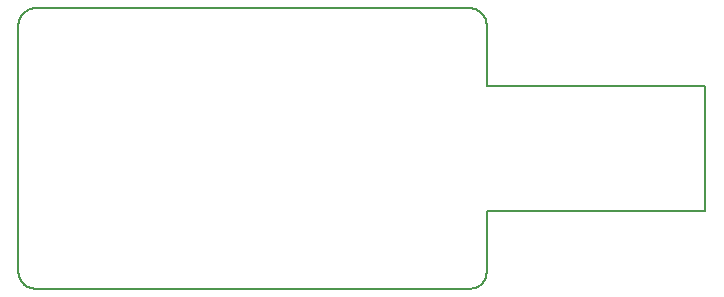
<source format=gm1>
G04 MADE WITH FRITZING*
G04 WWW.FRITZING.ORG*
G04 DOUBLE SIDED*
G04 HOLES PLATED*
G04 CONTOUR ON CENTER OF CONTOUR VECTOR*
%ASAXBY*%
%FSLAX23Y23*%
%MOIN*%
%OFA0B0*%
%SFA1.0B1.0*%
%ADD10C,0.008*%
%LNCONTOUR*%
G90*
G70*
G54D10*
X56Y942D02*
X57Y942D01*
X58Y942D01*
X59Y942D01*
X60Y942D01*
X61Y942D01*
X62Y942D01*
X63Y942D01*
X64Y942D01*
X65Y942D01*
X66Y942D01*
X67Y942D01*
X68Y942D01*
X69Y942D01*
X70Y942D01*
X71Y942D01*
X72Y942D01*
X73Y942D01*
X74Y942D01*
X75Y942D01*
X76Y942D01*
X77Y942D01*
X78Y942D01*
X79Y942D01*
X80Y942D01*
X81Y942D01*
X82Y942D01*
X83Y942D01*
X84Y942D01*
X85Y942D01*
X86Y942D01*
X87Y942D01*
X88Y942D01*
X89Y942D01*
X90Y942D01*
X91Y942D01*
X92Y942D01*
X93Y942D01*
X94Y942D01*
X95Y942D01*
X96Y942D01*
X97Y942D01*
X98Y942D01*
X99Y942D01*
X100Y942D01*
X101Y942D01*
X102Y942D01*
X103Y942D01*
X104Y942D01*
X105Y942D01*
X106Y942D01*
X107Y942D01*
X108Y942D01*
X109Y942D01*
X110Y942D01*
X111Y942D01*
X112Y942D01*
X113Y942D01*
X114Y942D01*
X115Y942D01*
X116Y942D01*
X117Y942D01*
X118Y942D01*
X119Y942D01*
X120Y942D01*
X121Y942D01*
X122Y942D01*
X123Y942D01*
X124Y942D01*
X125Y942D01*
X126Y942D01*
X127Y942D01*
X128Y942D01*
X129Y942D01*
X130Y942D01*
X131Y942D01*
X132Y942D01*
X133Y942D01*
X134Y942D01*
X135Y942D01*
X136Y942D01*
X137Y942D01*
X138Y942D01*
X139Y942D01*
X140Y942D01*
X141Y942D01*
X142Y942D01*
X143Y942D01*
X144Y942D01*
X145Y942D01*
X146Y942D01*
X147Y942D01*
X148Y942D01*
X149Y942D01*
X150Y942D01*
X151Y942D01*
X152Y942D01*
X153Y942D01*
X154Y942D01*
X155Y942D01*
X156Y942D01*
X157Y942D01*
X158Y942D01*
X159Y942D01*
X160Y942D01*
X161Y942D01*
X162Y942D01*
X163Y942D01*
X164Y942D01*
X165Y942D01*
X166Y942D01*
X167Y942D01*
X168Y942D01*
X169Y942D01*
X170Y942D01*
X171Y942D01*
X172Y942D01*
X173Y942D01*
X174Y942D01*
X175Y942D01*
X176Y942D01*
X177Y942D01*
X178Y942D01*
X179Y942D01*
X180Y942D01*
X181Y942D01*
X182Y942D01*
X183Y942D01*
X184Y942D01*
X185Y942D01*
X186Y942D01*
X187Y942D01*
X188Y942D01*
X189Y942D01*
X190Y942D01*
X191Y942D01*
X192Y942D01*
X193Y942D01*
X194Y942D01*
X195Y942D01*
X196Y942D01*
X197Y942D01*
X198Y942D01*
X199Y942D01*
X200Y942D01*
X201Y942D01*
X202Y942D01*
X203Y942D01*
X204Y942D01*
X205Y942D01*
X206Y942D01*
X207Y942D01*
X208Y942D01*
X209Y942D01*
X210Y942D01*
X211Y942D01*
X212Y942D01*
X213Y942D01*
X214Y942D01*
X215Y942D01*
X216Y942D01*
X217Y942D01*
X218Y942D01*
X219Y942D01*
X220Y942D01*
X221Y942D01*
X222Y942D01*
X223Y942D01*
X224Y942D01*
X225Y942D01*
X226Y942D01*
X227Y942D01*
X228Y942D01*
X229Y942D01*
X230Y942D01*
X231Y942D01*
X232Y942D01*
X233Y942D01*
X234Y942D01*
X235Y942D01*
X236Y942D01*
X237Y942D01*
X238Y942D01*
X239Y942D01*
X240Y942D01*
X241Y942D01*
X242Y942D01*
X243Y942D01*
X244Y942D01*
X245Y942D01*
X246Y942D01*
X247Y942D01*
X248Y942D01*
X249Y942D01*
X250Y942D01*
X251Y942D01*
X252Y942D01*
X253Y942D01*
X254Y942D01*
X255Y942D01*
X256Y942D01*
X257Y942D01*
X258Y942D01*
X259Y942D01*
X260Y942D01*
X261Y942D01*
X262Y942D01*
X263Y942D01*
X264Y942D01*
X265Y942D01*
X266Y942D01*
X267Y942D01*
X268Y942D01*
X269Y942D01*
X270Y942D01*
X271Y942D01*
X272Y942D01*
X273Y942D01*
X274Y942D01*
X275Y942D01*
X276Y942D01*
X277Y942D01*
X278Y942D01*
X279Y942D01*
X280Y942D01*
X281Y942D01*
X282Y942D01*
X283Y942D01*
X284Y942D01*
X285Y942D01*
X286Y942D01*
X287Y942D01*
X288Y942D01*
X289Y942D01*
X290Y942D01*
X291Y942D01*
X292Y942D01*
X293Y942D01*
X294Y942D01*
X295Y942D01*
X296Y942D01*
X297Y942D01*
X298Y942D01*
X299Y942D01*
X300Y942D01*
X301Y942D01*
X302Y942D01*
X303Y942D01*
X304Y942D01*
X305Y942D01*
X306Y942D01*
X307Y942D01*
X308Y942D01*
X309Y942D01*
X310Y942D01*
X311Y942D01*
X312Y942D01*
X313Y942D01*
X314Y942D01*
X315Y942D01*
X316Y942D01*
X317Y942D01*
X318Y942D01*
X319Y942D01*
X320Y942D01*
X321Y942D01*
X322Y942D01*
X323Y942D01*
X324Y942D01*
X325Y942D01*
X326Y942D01*
X327Y942D01*
X328Y942D01*
X329Y942D01*
X330Y942D01*
X331Y942D01*
X332Y942D01*
X333Y942D01*
X334Y942D01*
X335Y942D01*
X336Y942D01*
X337Y942D01*
X338Y942D01*
X339Y942D01*
X340Y942D01*
X341Y942D01*
X342Y942D01*
X343Y942D01*
X344Y942D01*
X345Y942D01*
X346Y942D01*
X347Y942D01*
X348Y942D01*
X349Y942D01*
X350Y942D01*
X351Y942D01*
X352Y942D01*
X353Y942D01*
X354Y942D01*
X355Y942D01*
X356Y942D01*
X357Y942D01*
X358Y942D01*
X359Y942D01*
X360Y942D01*
X361Y942D01*
X362Y942D01*
X363Y942D01*
X364Y942D01*
X365Y942D01*
X366Y942D01*
X367Y942D01*
X368Y942D01*
X369Y942D01*
X370Y942D01*
X371Y942D01*
X372Y942D01*
X373Y942D01*
X374Y942D01*
X375Y942D01*
X376Y942D01*
X377Y942D01*
X378Y942D01*
X379Y942D01*
X380Y942D01*
X381Y942D01*
X382Y942D01*
X383Y942D01*
X384Y942D01*
X385Y942D01*
X386Y942D01*
X387Y942D01*
X388Y942D01*
X389Y942D01*
X390Y942D01*
X391Y942D01*
X392Y942D01*
X393Y942D01*
X394Y942D01*
X395Y942D01*
X396Y942D01*
X397Y942D01*
X398Y942D01*
X399Y942D01*
X400Y942D01*
X401Y942D01*
X402Y942D01*
X403Y942D01*
X404Y942D01*
X405Y942D01*
X406Y942D01*
X407Y942D01*
X408Y942D01*
X409Y942D01*
X410Y942D01*
X411Y942D01*
X412Y942D01*
X413Y942D01*
X414Y942D01*
X415Y942D01*
X416Y942D01*
X417Y942D01*
X418Y942D01*
X419Y942D01*
X420Y942D01*
X421Y942D01*
X422Y942D01*
X423Y942D01*
X424Y942D01*
X425Y942D01*
X426Y942D01*
X427Y942D01*
X428Y942D01*
X429Y942D01*
X430Y942D01*
X431Y942D01*
X432Y942D01*
X433Y942D01*
X434Y942D01*
X435Y942D01*
X436Y942D01*
X437Y942D01*
X438Y942D01*
X439Y942D01*
X440Y942D01*
X441Y942D01*
X442Y942D01*
X443Y942D01*
X444Y942D01*
X445Y942D01*
X446Y942D01*
X447Y942D01*
X448Y942D01*
X449Y942D01*
X450Y942D01*
X451Y942D01*
X452Y942D01*
X453Y942D01*
X454Y942D01*
X455Y942D01*
X456Y942D01*
X457Y942D01*
X458Y942D01*
X459Y942D01*
X460Y942D01*
X461Y942D01*
X462Y942D01*
X463Y942D01*
X464Y942D01*
X465Y942D01*
X466Y942D01*
X467Y942D01*
X468Y942D01*
X469Y942D01*
X470Y942D01*
X471Y942D01*
X472Y942D01*
X473Y942D01*
X474Y942D01*
X475Y942D01*
X476Y942D01*
X477Y942D01*
X478Y942D01*
X479Y942D01*
X480Y942D01*
X481Y942D01*
X482Y942D01*
X483Y942D01*
X484Y942D01*
X485Y942D01*
X486Y942D01*
X487Y942D01*
X488Y942D01*
X489Y942D01*
X490Y942D01*
X491Y942D01*
X492Y942D01*
X493Y942D01*
X494Y942D01*
X495Y942D01*
X496Y942D01*
X497Y942D01*
X498Y942D01*
X499Y942D01*
X500Y942D01*
X501Y942D01*
X502Y942D01*
X503Y942D01*
X504Y942D01*
X505Y942D01*
X506Y942D01*
X507Y942D01*
X508Y942D01*
X509Y942D01*
X510Y942D01*
X511Y942D01*
X512Y942D01*
X513Y942D01*
X514Y942D01*
X515Y942D01*
X516Y942D01*
X517Y942D01*
X518Y942D01*
X519Y942D01*
X520Y942D01*
X521Y942D01*
X522Y942D01*
X523Y942D01*
X524Y942D01*
X525Y942D01*
X526Y942D01*
X527Y942D01*
X528Y942D01*
X529Y942D01*
X530Y942D01*
X531Y942D01*
X532Y942D01*
X533Y942D01*
X534Y942D01*
X535Y942D01*
X536Y942D01*
X537Y942D01*
X538Y942D01*
X539Y942D01*
X540Y942D01*
X541Y942D01*
X542Y942D01*
X543Y942D01*
X544Y942D01*
X545Y942D01*
X546Y942D01*
X547Y942D01*
X548Y942D01*
X549Y942D01*
X550Y942D01*
X551Y942D01*
X552Y942D01*
X553Y942D01*
X554Y942D01*
X555Y942D01*
X556Y942D01*
X557Y942D01*
X558Y942D01*
X559Y942D01*
X560Y942D01*
X561Y942D01*
X562Y942D01*
X563Y942D01*
X564Y942D01*
X565Y942D01*
X566Y942D01*
X567Y942D01*
X568Y942D01*
X569Y942D01*
X570Y942D01*
X571Y942D01*
X572Y942D01*
X573Y942D01*
X574Y942D01*
X575Y942D01*
X576Y942D01*
X577Y942D01*
X578Y942D01*
X579Y942D01*
X580Y942D01*
X581Y942D01*
X582Y942D01*
X583Y942D01*
X584Y942D01*
X585Y942D01*
X586Y942D01*
X587Y942D01*
X588Y942D01*
X589Y942D01*
X590Y942D01*
X591Y942D01*
X592Y942D01*
X593Y942D01*
X594Y942D01*
X595Y942D01*
X596Y942D01*
X597Y942D01*
X598Y942D01*
X599Y942D01*
X600Y942D01*
X601Y942D01*
X602Y942D01*
X603Y942D01*
X604Y942D01*
X605Y942D01*
X606Y942D01*
X607Y942D01*
X608Y942D01*
X609Y942D01*
X610Y942D01*
X611Y942D01*
X612Y942D01*
X613Y942D01*
X614Y942D01*
X615Y942D01*
X616Y942D01*
X617Y942D01*
X618Y942D01*
X619Y942D01*
X620Y942D01*
X621Y942D01*
X622Y942D01*
X623Y942D01*
X624Y942D01*
X625Y942D01*
X626Y942D01*
X627Y942D01*
X628Y942D01*
X629Y942D01*
X630Y942D01*
X631Y942D01*
X632Y942D01*
X633Y942D01*
X634Y942D01*
X635Y942D01*
X636Y942D01*
X637Y942D01*
X638Y942D01*
X639Y942D01*
X640Y942D01*
X641Y942D01*
X642Y942D01*
X643Y942D01*
X644Y942D01*
X645Y942D01*
X646Y942D01*
X647Y942D01*
X648Y942D01*
X649Y942D01*
X650Y942D01*
X651Y942D01*
X652Y942D01*
X653Y942D01*
X654Y942D01*
X655Y942D01*
X656Y942D01*
X657Y942D01*
X658Y942D01*
X659Y942D01*
X660Y942D01*
X661Y942D01*
X662Y942D01*
X663Y942D01*
X664Y942D01*
X665Y942D01*
X666Y942D01*
X667Y942D01*
X668Y942D01*
X669Y942D01*
X670Y942D01*
X671Y942D01*
X672Y942D01*
X673Y942D01*
X674Y942D01*
X675Y942D01*
X676Y942D01*
X677Y942D01*
X678Y942D01*
X679Y942D01*
X680Y942D01*
X681Y942D01*
X682Y942D01*
X683Y942D01*
X684Y942D01*
X685Y942D01*
X686Y942D01*
X687Y942D01*
X688Y942D01*
X689Y942D01*
X690Y942D01*
X691Y942D01*
X692Y942D01*
X693Y942D01*
X694Y942D01*
X695Y942D01*
X696Y942D01*
X697Y942D01*
X698Y942D01*
X699Y942D01*
X700Y942D01*
X701Y942D01*
X702Y942D01*
X703Y942D01*
X704Y942D01*
X705Y942D01*
X706Y942D01*
X707Y942D01*
X708Y942D01*
X709Y942D01*
X710Y942D01*
X711Y942D01*
X712Y942D01*
X713Y942D01*
X714Y942D01*
X715Y942D01*
X716Y942D01*
X717Y942D01*
X718Y942D01*
X719Y942D01*
X720Y942D01*
X721Y942D01*
X722Y942D01*
X723Y942D01*
X724Y942D01*
X725Y942D01*
X726Y942D01*
X727Y942D01*
X728Y942D01*
X729Y942D01*
X730Y942D01*
X731Y942D01*
X732Y942D01*
X733Y942D01*
X734Y942D01*
X735Y942D01*
X736Y942D01*
X737Y942D01*
X738Y942D01*
X739Y942D01*
X740Y942D01*
X741Y942D01*
X742Y942D01*
X743Y942D01*
X744Y942D01*
X745Y942D01*
X746Y942D01*
X747Y942D01*
X748Y942D01*
X749Y942D01*
X750Y942D01*
X751Y942D01*
X752Y942D01*
X753Y942D01*
X754Y942D01*
X755Y942D01*
X756Y942D01*
X757Y942D01*
X758Y942D01*
X759Y942D01*
X760Y942D01*
X761Y942D01*
X762Y942D01*
X763Y942D01*
X764Y942D01*
X765Y942D01*
X766Y942D01*
X767Y942D01*
X768Y942D01*
X769Y942D01*
X770Y942D01*
X771Y942D01*
X772Y942D01*
X773Y942D01*
X774Y942D01*
X775Y942D01*
X776Y942D01*
X777Y942D01*
X778Y942D01*
X779Y942D01*
X780Y942D01*
X781Y942D01*
X782Y942D01*
X783Y942D01*
X784Y942D01*
X785Y942D01*
X786Y942D01*
X787Y942D01*
X788Y942D01*
X789Y942D01*
X790Y942D01*
X791Y942D01*
X792Y942D01*
X793Y942D01*
X794Y942D01*
X795Y942D01*
X796Y942D01*
X797Y942D01*
X798Y942D01*
X799Y942D01*
X800Y942D01*
X801Y942D01*
X802Y942D01*
X803Y942D01*
X804Y942D01*
X805Y942D01*
X806Y942D01*
X807Y942D01*
X808Y942D01*
X809Y942D01*
X810Y942D01*
X811Y942D01*
X812Y942D01*
X813Y942D01*
X814Y942D01*
X815Y942D01*
X816Y942D01*
X817Y942D01*
X818Y942D01*
X819Y942D01*
X820Y942D01*
X821Y942D01*
X822Y942D01*
X823Y942D01*
X824Y942D01*
X825Y942D01*
X826Y942D01*
X827Y942D01*
X828Y942D01*
X829Y942D01*
X830Y942D01*
X831Y942D01*
X832Y942D01*
X833Y942D01*
X834Y942D01*
X835Y942D01*
X836Y942D01*
X837Y942D01*
X838Y942D01*
X839Y942D01*
X840Y942D01*
X841Y942D01*
X842Y942D01*
X843Y942D01*
X844Y942D01*
X845Y942D01*
X846Y942D01*
X847Y942D01*
X848Y942D01*
X849Y942D01*
X850Y942D01*
X851Y942D01*
X852Y942D01*
X853Y942D01*
X854Y942D01*
X855Y942D01*
X856Y942D01*
X857Y942D01*
X858Y942D01*
X859Y942D01*
X860Y942D01*
X861Y942D01*
X862Y942D01*
X863Y942D01*
X864Y942D01*
X865Y942D01*
X866Y942D01*
X867Y942D01*
X868Y942D01*
X869Y942D01*
X870Y942D01*
X871Y942D01*
X872Y942D01*
X873Y942D01*
X874Y942D01*
X875Y942D01*
X876Y942D01*
X877Y942D01*
X878Y942D01*
X879Y942D01*
X880Y942D01*
X881Y942D01*
X882Y942D01*
X883Y942D01*
X884Y942D01*
X885Y942D01*
X886Y942D01*
X887Y942D01*
X888Y942D01*
X889Y942D01*
X890Y942D01*
X891Y942D01*
X892Y942D01*
X893Y942D01*
X894Y942D01*
X895Y942D01*
X896Y942D01*
X897Y942D01*
X898Y942D01*
X899Y942D01*
X900Y942D01*
X901Y942D01*
X902Y942D01*
X903Y942D01*
X904Y942D01*
X905Y942D01*
X906Y942D01*
X907Y942D01*
X908Y942D01*
X909Y942D01*
X910Y942D01*
X911Y942D01*
X912Y942D01*
X913Y942D01*
X914Y942D01*
X915Y942D01*
X916Y942D01*
X917Y942D01*
X918Y942D01*
X919Y942D01*
X920Y942D01*
X921Y942D01*
X922Y942D01*
X923Y942D01*
X924Y942D01*
X925Y942D01*
X926Y942D01*
X927Y942D01*
X928Y942D01*
X929Y942D01*
X930Y942D01*
X931Y942D01*
X932Y942D01*
X933Y942D01*
X934Y942D01*
X935Y942D01*
X936Y942D01*
X937Y942D01*
X938Y942D01*
X939Y942D01*
X940Y942D01*
X941Y942D01*
X942Y942D01*
X943Y942D01*
X944Y942D01*
X945Y942D01*
X946Y942D01*
X947Y942D01*
X948Y942D01*
X949Y942D01*
X950Y942D01*
X951Y942D01*
X952Y942D01*
X953Y942D01*
X954Y942D01*
X955Y942D01*
X956Y942D01*
X957Y942D01*
X958Y942D01*
X959Y942D01*
X960Y942D01*
X961Y942D01*
X962Y942D01*
X963Y942D01*
X964Y942D01*
X965Y942D01*
X966Y942D01*
X967Y942D01*
X968Y942D01*
X969Y942D01*
X970Y942D01*
X971Y942D01*
X972Y942D01*
X973Y942D01*
X974Y942D01*
X975Y942D01*
X976Y942D01*
X977Y942D01*
X978Y942D01*
X979Y942D01*
X980Y942D01*
X981Y942D01*
X982Y942D01*
X983Y942D01*
X984Y942D01*
X985Y942D01*
X986Y942D01*
X987Y942D01*
X988Y942D01*
X989Y942D01*
X990Y942D01*
X991Y942D01*
X992Y942D01*
X993Y942D01*
X994Y942D01*
X995Y942D01*
X996Y942D01*
X997Y942D01*
X998Y942D01*
X999Y942D01*
X1000Y942D01*
X1001Y942D01*
X1002Y942D01*
X1003Y942D01*
X1004Y942D01*
X1005Y942D01*
X1006Y942D01*
X1007Y942D01*
X1008Y942D01*
X1009Y942D01*
X1010Y942D01*
X1011Y942D01*
X1012Y942D01*
X1013Y942D01*
X1014Y942D01*
X1015Y942D01*
X1016Y942D01*
X1017Y942D01*
X1018Y942D01*
X1019Y942D01*
X1020Y942D01*
X1021Y942D01*
X1022Y942D01*
X1023Y942D01*
X1024Y942D01*
X1025Y942D01*
X1026Y942D01*
X1027Y942D01*
X1028Y942D01*
X1029Y942D01*
X1030Y942D01*
X1031Y942D01*
X1032Y942D01*
X1033Y942D01*
X1034Y942D01*
X1035Y942D01*
X1036Y942D01*
X1037Y942D01*
X1038Y942D01*
X1039Y942D01*
X1040Y942D01*
X1041Y942D01*
X1042Y942D01*
X1043Y942D01*
X1044Y942D01*
X1045Y942D01*
X1046Y942D01*
X1047Y942D01*
X1048Y942D01*
X1049Y942D01*
X1050Y942D01*
X1051Y942D01*
X1052Y942D01*
X1053Y942D01*
X1054Y942D01*
X1055Y942D01*
X1056Y942D01*
X1057Y942D01*
X1058Y942D01*
X1059Y942D01*
X1060Y942D01*
X1061Y942D01*
X1062Y942D01*
X1063Y942D01*
X1064Y942D01*
X1065Y942D01*
X1066Y942D01*
X1067Y942D01*
X1068Y942D01*
X1069Y942D01*
X1070Y942D01*
X1071Y942D01*
X1072Y942D01*
X1073Y942D01*
X1074Y942D01*
X1075Y942D01*
X1076Y942D01*
X1077Y942D01*
X1078Y942D01*
X1079Y942D01*
X1080Y942D01*
X1081Y942D01*
X1082Y942D01*
X1083Y942D01*
X1084Y942D01*
X1085Y942D01*
X1086Y942D01*
X1087Y942D01*
X1088Y942D01*
X1089Y942D01*
X1090Y942D01*
X1091Y942D01*
X1092Y942D01*
X1093Y942D01*
X1094Y942D01*
X1095Y942D01*
X1096Y942D01*
X1097Y942D01*
X1098Y942D01*
X1099Y942D01*
X1100Y942D01*
X1101Y942D01*
X1102Y942D01*
X1103Y942D01*
X1104Y942D01*
X1105Y942D01*
X1106Y942D01*
X1107Y942D01*
X1108Y942D01*
X1109Y942D01*
X1110Y942D01*
X1111Y942D01*
X1112Y942D01*
X1113Y942D01*
X1114Y942D01*
X1115Y942D01*
X1116Y942D01*
X1117Y942D01*
X1118Y942D01*
X1119Y942D01*
X1120Y942D01*
X1121Y942D01*
X1122Y942D01*
X1123Y942D01*
X1124Y942D01*
X1125Y942D01*
X1126Y942D01*
X1127Y942D01*
X1128Y942D01*
X1129Y942D01*
X1130Y942D01*
X1131Y942D01*
X1132Y942D01*
X1133Y942D01*
X1134Y942D01*
X1135Y942D01*
X1136Y942D01*
X1137Y942D01*
X1138Y942D01*
X1139Y942D01*
X1140Y942D01*
X1141Y942D01*
X1142Y942D01*
X1143Y942D01*
X1144Y942D01*
X1145Y942D01*
X1146Y942D01*
X1147Y942D01*
X1148Y942D01*
X1149Y942D01*
X1150Y942D01*
X1151Y942D01*
X1152Y942D01*
X1153Y942D01*
X1154Y942D01*
X1155Y942D01*
X1156Y942D01*
X1157Y942D01*
X1158Y942D01*
X1159Y942D01*
X1160Y942D01*
X1161Y942D01*
X1162Y942D01*
X1163Y942D01*
X1164Y942D01*
X1165Y942D01*
X1166Y942D01*
X1167Y942D01*
X1168Y942D01*
X1169Y942D01*
X1170Y942D01*
X1171Y942D01*
X1172Y942D01*
X1173Y942D01*
X1174Y942D01*
X1175Y942D01*
X1176Y942D01*
X1177Y942D01*
X1178Y942D01*
X1179Y942D01*
X1180Y942D01*
X1181Y942D01*
X1182Y942D01*
X1183Y942D01*
X1184Y942D01*
X1185Y942D01*
X1186Y942D01*
X1187Y942D01*
X1188Y942D01*
X1189Y942D01*
X1190Y942D01*
X1191Y942D01*
X1192Y942D01*
X1193Y942D01*
X1194Y942D01*
X1195Y942D01*
X1196Y942D01*
X1197Y942D01*
X1198Y942D01*
X1199Y942D01*
X1200Y942D01*
X1201Y942D01*
X1202Y942D01*
X1203Y942D01*
X1204Y942D01*
X1205Y942D01*
X1206Y942D01*
X1207Y942D01*
X1208Y942D01*
X1209Y942D01*
X1210Y942D01*
X1211Y942D01*
X1212Y942D01*
X1213Y942D01*
X1214Y942D01*
X1215Y942D01*
X1216Y942D01*
X1217Y942D01*
X1218Y942D01*
X1219Y942D01*
X1220Y942D01*
X1221Y942D01*
X1222Y942D01*
X1223Y942D01*
X1224Y942D01*
X1225Y942D01*
X1226Y942D01*
X1227Y942D01*
X1228Y942D01*
X1229Y942D01*
X1230Y942D01*
X1231Y942D01*
X1232Y942D01*
X1233Y942D01*
X1234Y942D01*
X1235Y942D01*
X1236Y942D01*
X1237Y942D01*
X1238Y942D01*
X1239Y942D01*
X1240Y942D01*
X1241Y942D01*
X1242Y942D01*
X1243Y942D01*
X1244Y942D01*
X1245Y942D01*
X1246Y942D01*
X1247Y942D01*
X1248Y942D01*
X1249Y942D01*
X1250Y942D01*
X1251Y942D01*
X1252Y942D01*
X1253Y942D01*
X1254Y942D01*
X1255Y942D01*
X1256Y942D01*
X1257Y942D01*
X1258Y942D01*
X1259Y942D01*
X1260Y942D01*
X1261Y942D01*
X1262Y942D01*
X1263Y942D01*
X1264Y942D01*
X1265Y942D01*
X1266Y942D01*
X1267Y942D01*
X1268Y942D01*
X1269Y942D01*
X1270Y942D01*
X1271Y942D01*
X1272Y942D01*
X1273Y942D01*
X1274Y942D01*
X1275Y942D01*
X1276Y942D01*
X1277Y942D01*
X1278Y942D01*
X1279Y942D01*
X1280Y942D01*
X1281Y942D01*
X1282Y942D01*
X1283Y942D01*
X1284Y942D01*
X1285Y942D01*
X1286Y942D01*
X1287Y942D01*
X1288Y942D01*
X1289Y942D01*
X1290Y942D01*
X1291Y942D01*
X1292Y942D01*
X1293Y942D01*
X1294Y942D01*
X1295Y942D01*
X1296Y942D01*
X1297Y942D01*
X1298Y942D01*
X1299Y942D01*
X1300Y942D01*
X1301Y942D01*
X1302Y942D01*
X1303Y942D01*
X1304Y942D01*
X1305Y942D01*
X1306Y942D01*
X1307Y942D01*
X1308Y942D01*
X1309Y942D01*
X1310Y942D01*
X1311Y942D01*
X1312Y942D01*
X1313Y942D01*
X1314Y942D01*
X1315Y942D01*
X1316Y942D01*
X1317Y942D01*
X1318Y942D01*
X1319Y942D01*
X1320Y942D01*
X1321Y942D01*
X1322Y942D01*
X1323Y942D01*
X1324Y942D01*
X1325Y942D01*
X1326Y942D01*
X1327Y942D01*
X1328Y942D01*
X1329Y942D01*
X1330Y942D01*
X1331Y942D01*
X1332Y942D01*
X1333Y942D01*
X1334Y942D01*
X1335Y942D01*
X1336Y942D01*
X1337Y942D01*
X1338Y942D01*
X1339Y942D01*
X1340Y942D01*
X1341Y942D01*
X1342Y942D01*
X1343Y942D01*
X1344Y942D01*
X1345Y942D01*
X1346Y942D01*
X1347Y942D01*
X1348Y942D01*
X1349Y942D01*
X1350Y942D01*
X1351Y942D01*
X1352Y942D01*
X1353Y942D01*
X1354Y942D01*
X1355Y942D01*
X1356Y942D01*
X1357Y942D01*
X1358Y942D01*
X1359Y942D01*
X1360Y942D01*
X1361Y942D01*
X1362Y942D01*
X1363Y942D01*
X1364Y942D01*
X1365Y942D01*
X1366Y942D01*
X1367Y942D01*
X1368Y942D01*
X1369Y942D01*
X1370Y942D01*
X1371Y942D01*
X1372Y942D01*
X1373Y942D01*
X1374Y942D01*
X1375Y942D01*
X1376Y942D01*
X1377Y942D01*
X1378Y942D01*
X1379Y942D01*
X1380Y942D01*
X1381Y942D01*
X1382Y942D01*
X1383Y942D01*
X1384Y942D01*
X1385Y942D01*
X1386Y942D01*
X1387Y942D01*
X1388Y942D01*
X1389Y942D01*
X1390Y942D01*
X1391Y942D01*
X1392Y942D01*
X1393Y942D01*
X1394Y942D01*
X1395Y942D01*
X1396Y942D01*
X1397Y942D01*
X1398Y942D01*
X1399Y942D01*
X1400Y942D01*
X1401Y942D01*
X1402Y942D01*
X1403Y942D01*
X1404Y942D01*
X1405Y942D01*
X1406Y942D01*
X1407Y942D01*
X1408Y942D01*
X1409Y942D01*
X1410Y942D01*
X1411Y942D01*
X1412Y942D01*
X1413Y942D01*
X1414Y942D01*
X1415Y942D01*
X1416Y942D01*
X1417Y942D01*
X1418Y942D01*
X1419Y942D01*
X1420Y942D01*
X1421Y942D01*
X1422Y942D01*
X1423Y942D01*
X1424Y942D01*
X1425Y942D01*
X1426Y942D01*
X1427Y942D01*
X1428Y942D01*
X1429Y942D01*
X1430Y942D01*
X1431Y942D01*
X1432Y942D01*
X1433Y942D01*
X1434Y942D01*
X1435Y942D01*
X1436Y942D01*
X1437Y942D01*
X1438Y942D01*
X1439Y942D01*
X1440Y942D01*
X1441Y942D01*
X1442Y942D01*
X1443Y942D01*
X1444Y942D01*
X1445Y942D01*
X1446Y942D01*
X1447Y942D01*
X1448Y942D01*
X1449Y942D01*
X1450Y942D01*
X1451Y942D01*
X1452Y942D01*
X1453Y942D01*
X1454Y942D01*
X1455Y942D01*
X1456Y942D01*
X1457Y942D01*
X1458Y942D01*
X1459Y942D01*
X1460Y942D01*
X1461Y942D01*
X1462Y942D01*
X1463Y942D01*
X1464Y942D01*
X1465Y942D01*
X1466Y942D01*
X1467Y942D01*
X1468Y942D01*
X1469Y942D01*
X1470Y942D01*
X1471Y942D01*
X1472Y942D01*
X1473Y942D01*
X1474Y942D01*
X1475Y942D01*
X1476Y942D01*
X1477Y942D01*
X1478Y942D01*
X1479Y942D01*
X1480Y942D01*
X1481Y942D01*
X1482Y942D01*
X1483Y942D01*
X1484Y942D01*
X1485Y942D01*
X1486Y942D01*
X1487Y942D01*
X1488Y942D01*
X1489Y942D01*
X1490Y942D01*
X1491Y942D01*
X1492Y942D01*
X1493Y942D01*
X1494Y942D01*
X1495Y942D01*
X1496Y942D01*
X1497Y942D01*
X1498Y942D01*
X1499Y942D01*
X1500Y942D01*
X1501Y942D01*
X1502Y942D01*
X1503Y942D01*
X1504Y942D01*
X1505Y942D01*
X1506Y942D01*
X1507Y942D01*
X1508Y942D01*
X1509Y942D01*
X1510Y942D01*
X1511Y942D01*
X1512Y942D01*
X1513Y942D01*
X1514Y941D01*
X1515Y941D01*
X1516Y941D01*
X1517Y941D01*
X1518Y941D01*
X1519Y941D01*
X1520Y940D01*
X1521Y940D01*
X1522Y940D01*
X1523Y940D01*
X1524Y939D01*
X1525Y939D01*
X1526Y939D01*
X1527Y938D01*
X1528Y938D01*
X1529Y937D01*
X1530Y937D01*
X1531Y937D01*
X1532Y936D01*
X1533Y936D01*
X1534Y935D01*
X1535Y935D01*
X1536Y934D01*
X1537Y933D01*
X1538Y933D01*
X1539Y932D01*
X1540Y931D01*
X1541Y931D01*
X1542Y930D01*
X1543Y929D01*
X1544Y928D01*
X1545Y928D01*
X1546Y927D01*
X1547Y926D01*
X1548Y925D01*
X1549Y924D01*
X1550Y923D01*
X1551Y922D01*
X1551Y921D01*
X1552Y920D01*
X1553Y919D01*
X1554Y918D01*
X1554Y917D01*
X1555Y916D01*
X1556Y915D01*
X1556Y914D01*
X1557Y913D01*
X1558Y912D01*
X1558Y911D01*
X1559Y910D01*
X1559Y909D01*
X1560Y908D01*
X1560Y907D01*
X1561Y906D01*
X1561Y904D01*
X1562Y903D01*
X1562Y901D01*
X1563Y900D01*
X1563Y897D01*
X1564Y896D01*
X1564Y891D01*
X1565Y890D01*
X1565Y683D01*
X1566Y682D01*
X1567Y682D01*
X1568Y682D01*
X1569Y682D01*
X1570Y682D01*
X1571Y682D01*
X1572Y682D01*
X1573Y682D01*
X1574Y682D01*
X1575Y682D01*
X1576Y682D01*
X1577Y682D01*
X1578Y682D01*
X1579Y682D01*
X1580Y682D01*
X1581Y682D01*
X1582Y682D01*
X1583Y682D01*
X1584Y682D01*
X1585Y682D01*
X1586Y682D01*
X1587Y682D01*
X1588Y682D01*
X1589Y682D01*
X1590Y682D01*
X1591Y682D01*
X1592Y682D01*
X1593Y682D01*
X1594Y682D01*
X1595Y682D01*
X1596Y682D01*
X1597Y682D01*
X1598Y682D01*
X1599Y682D01*
X1600Y682D01*
X1601Y682D01*
X1602Y682D01*
X1603Y682D01*
X1604Y682D01*
X1605Y682D01*
X1606Y682D01*
X1607Y682D01*
X1608Y682D01*
X1609Y682D01*
X1610Y682D01*
X1611Y682D01*
X1612Y682D01*
X1613Y682D01*
X1614Y682D01*
X1615Y682D01*
X1616Y682D01*
X1617Y682D01*
X1618Y682D01*
X1619Y682D01*
X1620Y682D01*
X1621Y682D01*
X1622Y682D01*
X1623Y682D01*
X1624Y682D01*
X1625Y682D01*
X1626Y682D01*
X1627Y682D01*
X1628Y682D01*
X1629Y682D01*
X1630Y682D01*
X1631Y682D01*
X1632Y682D01*
X1633Y682D01*
X1634Y682D01*
X1635Y682D01*
X1636Y682D01*
X1637Y682D01*
X1638Y682D01*
X1639Y682D01*
X1640Y682D01*
X1641Y682D01*
X1642Y682D01*
X1643Y682D01*
X1644Y682D01*
X1645Y682D01*
X1646Y682D01*
X1647Y682D01*
X1648Y682D01*
X1649Y682D01*
X1650Y682D01*
X1651Y682D01*
X1652Y682D01*
X1653Y682D01*
X1654Y682D01*
X1655Y682D01*
X1656Y682D01*
X1657Y682D01*
X1658Y682D01*
X1659Y682D01*
X1660Y682D01*
X1661Y682D01*
X1662Y682D01*
X1663Y682D01*
X1664Y682D01*
X1665Y682D01*
X1666Y682D01*
X1667Y682D01*
X1668Y682D01*
X1669Y682D01*
X1670Y682D01*
X1671Y682D01*
X1672Y682D01*
X1673Y682D01*
X1674Y682D01*
X1675Y682D01*
X1676Y682D01*
X1677Y682D01*
X1678Y682D01*
X1679Y682D01*
X1680Y682D01*
X1681Y682D01*
X1682Y682D01*
X1683Y682D01*
X1684Y682D01*
X1685Y682D01*
X1686Y682D01*
X1687Y682D01*
X1688Y682D01*
X1689Y682D01*
X1690Y682D01*
X1691Y682D01*
X1692Y682D01*
X1693Y682D01*
X1694Y682D01*
X1695Y682D01*
X1696Y682D01*
X1697Y682D01*
X1698Y682D01*
X1699Y682D01*
X1700Y682D01*
X1701Y682D01*
X1702Y682D01*
X1703Y682D01*
X1704Y682D01*
X1705Y682D01*
X1706Y682D01*
X1707Y682D01*
X1708Y682D01*
X1709Y682D01*
X1710Y682D01*
X1711Y682D01*
X1712Y682D01*
X1713Y682D01*
X1714Y682D01*
X1715Y682D01*
X1716Y682D01*
X1717Y682D01*
X1718Y682D01*
X1719Y682D01*
X1720Y682D01*
X1721Y682D01*
X1722Y682D01*
X1723Y682D01*
X1724Y682D01*
X1725Y682D01*
X1726Y682D01*
X1727Y682D01*
X1728Y682D01*
X1729Y682D01*
X1730Y682D01*
X1731Y682D01*
X1732Y682D01*
X1733Y682D01*
X1734Y682D01*
X1735Y682D01*
X1736Y682D01*
X1737Y682D01*
X1738Y682D01*
X1739Y682D01*
X1740Y682D01*
X1741Y682D01*
X1742Y682D01*
X1743Y682D01*
X1744Y682D01*
X1745Y682D01*
X1746Y682D01*
X1747Y682D01*
X1748Y682D01*
X1749Y682D01*
X1750Y682D01*
X1751Y682D01*
X1752Y682D01*
X1753Y682D01*
X1754Y682D01*
X1755Y682D01*
X1756Y682D01*
X1757Y682D01*
X1758Y682D01*
X1759Y682D01*
X1760Y682D01*
X1761Y682D01*
X1762Y682D01*
X1763Y682D01*
X1764Y682D01*
X1765Y682D01*
X1766Y682D01*
X1767Y682D01*
X1768Y682D01*
X1769Y682D01*
X1770Y682D01*
X1771Y682D01*
X1772Y682D01*
X1773Y682D01*
X1774Y682D01*
X1775Y682D01*
X1776Y682D01*
X1777Y682D01*
X1778Y682D01*
X1779Y682D01*
X1780Y682D01*
X1781Y682D01*
X1782Y682D01*
X1783Y682D01*
X1784Y682D01*
X1785Y682D01*
X1786Y682D01*
X1787Y682D01*
X1788Y682D01*
X1789Y682D01*
X1790Y682D01*
X1791Y682D01*
X1792Y682D01*
X1793Y682D01*
X1794Y682D01*
X1795Y682D01*
X1796Y682D01*
X1797Y682D01*
X1798Y682D01*
X1799Y682D01*
X1800Y682D01*
X1801Y682D01*
X1802Y682D01*
X1803Y682D01*
X1804Y682D01*
X1805Y682D01*
X1806Y682D01*
X1807Y682D01*
X1808Y682D01*
X1809Y682D01*
X1810Y682D01*
X1811Y682D01*
X1812Y682D01*
X1813Y682D01*
X1814Y682D01*
X1815Y682D01*
X1816Y682D01*
X1817Y682D01*
X1818Y682D01*
X1819Y682D01*
X1820Y682D01*
X1821Y682D01*
X1822Y682D01*
X1823Y682D01*
X1824Y682D01*
X1825Y682D01*
X1826Y682D01*
X1827Y682D01*
X1828Y682D01*
X1829Y682D01*
X1830Y682D01*
X1831Y682D01*
X1832Y682D01*
X1833Y682D01*
X1834Y682D01*
X1835Y682D01*
X1836Y682D01*
X1837Y682D01*
X1838Y682D01*
X1839Y682D01*
X1840Y682D01*
X1841Y682D01*
X1842Y682D01*
X1843Y682D01*
X1844Y682D01*
X1845Y682D01*
X1846Y682D01*
X1847Y682D01*
X1848Y682D01*
X1849Y682D01*
X1850Y682D01*
X1851Y682D01*
X1852Y682D01*
X1853Y682D01*
X1854Y682D01*
X1855Y682D01*
X1856Y682D01*
X1857Y682D01*
X1858Y682D01*
X1859Y682D01*
X1860Y682D01*
X1861Y682D01*
X1862Y682D01*
X1863Y682D01*
X1864Y682D01*
X1865Y682D01*
X1866Y682D01*
X1867Y682D01*
X1868Y682D01*
X1869Y682D01*
X1870Y682D01*
X1871Y682D01*
X1872Y682D01*
X1873Y682D01*
X1874Y682D01*
X1875Y682D01*
X1876Y682D01*
X1877Y682D01*
X1878Y682D01*
X1879Y682D01*
X1880Y682D01*
X1881Y682D01*
X1882Y682D01*
X1883Y682D01*
X1884Y682D01*
X1885Y682D01*
X1886Y682D01*
X1887Y682D01*
X1888Y682D01*
X1889Y682D01*
X1890Y682D01*
X1891Y682D01*
X1892Y682D01*
X1893Y682D01*
X1894Y682D01*
X1895Y682D01*
X1896Y682D01*
X1897Y682D01*
X1898Y682D01*
X1899Y682D01*
X1900Y682D01*
X1901Y682D01*
X1902Y682D01*
X1903Y682D01*
X1904Y682D01*
X1905Y682D01*
X1906Y682D01*
X1907Y682D01*
X1908Y682D01*
X1909Y682D01*
X1910Y682D01*
X1911Y682D01*
X1912Y682D01*
X1913Y682D01*
X1914Y682D01*
X1915Y682D01*
X1916Y682D01*
X1917Y682D01*
X1918Y682D01*
X1919Y682D01*
X1920Y682D01*
X1921Y682D01*
X1922Y682D01*
X1923Y682D01*
X1924Y682D01*
X1925Y682D01*
X1926Y682D01*
X1927Y682D01*
X1928Y682D01*
X1929Y682D01*
X1930Y682D01*
X1931Y682D01*
X1932Y682D01*
X1933Y682D01*
X1934Y682D01*
X1935Y682D01*
X1936Y682D01*
X1937Y682D01*
X1938Y682D01*
X1939Y682D01*
X1940Y682D01*
X1941Y682D01*
X1942Y682D01*
X1943Y682D01*
X1944Y682D01*
X1945Y682D01*
X1946Y682D01*
X1947Y682D01*
X1948Y682D01*
X1949Y682D01*
X1950Y682D01*
X1951Y682D01*
X1952Y682D01*
X1953Y682D01*
X1954Y682D01*
X1955Y682D01*
X1956Y682D01*
X1957Y682D01*
X1958Y682D01*
X1959Y682D01*
X1960Y682D01*
X1961Y682D01*
X1962Y682D01*
X1963Y682D01*
X1964Y682D01*
X1965Y682D01*
X1966Y682D01*
X1967Y682D01*
X1968Y682D01*
X1969Y682D01*
X1970Y682D01*
X1971Y682D01*
X1972Y682D01*
X1973Y682D01*
X1974Y682D01*
X1975Y682D01*
X1976Y682D01*
X1977Y682D01*
X1978Y682D01*
X1979Y682D01*
X1980Y682D01*
X1981Y682D01*
X1982Y682D01*
X1983Y682D01*
X1984Y682D01*
X1985Y682D01*
X1986Y682D01*
X1987Y682D01*
X1988Y682D01*
X1989Y682D01*
X1990Y682D01*
X1991Y682D01*
X1992Y682D01*
X1993Y682D01*
X1994Y682D01*
X1995Y682D01*
X1996Y682D01*
X1997Y682D01*
X1998Y682D01*
X1999Y682D01*
X2000Y682D01*
X2001Y682D01*
X2002Y682D01*
X2003Y682D01*
X2004Y682D01*
X2005Y682D01*
X2006Y682D01*
X2007Y682D01*
X2008Y682D01*
X2009Y682D01*
X2010Y682D01*
X2011Y682D01*
X2012Y682D01*
X2013Y682D01*
X2014Y682D01*
X2015Y682D01*
X2016Y682D01*
X2017Y682D01*
X2018Y682D01*
X2019Y682D01*
X2020Y682D01*
X2021Y682D01*
X2022Y682D01*
X2023Y682D01*
X2024Y682D01*
X2025Y682D01*
X2026Y682D01*
X2027Y682D01*
X2028Y682D01*
X2029Y682D01*
X2030Y682D01*
X2031Y682D01*
X2032Y682D01*
X2033Y682D01*
X2034Y682D01*
X2035Y682D01*
X2036Y682D01*
X2037Y682D01*
X2038Y682D01*
X2039Y682D01*
X2040Y682D01*
X2041Y682D01*
X2042Y682D01*
X2043Y682D01*
X2044Y682D01*
X2045Y682D01*
X2046Y682D01*
X2047Y682D01*
X2048Y682D01*
X2049Y682D01*
X2050Y682D01*
X2051Y682D01*
X2052Y682D01*
X2053Y682D01*
X2054Y682D01*
X2055Y682D01*
X2056Y682D01*
X2057Y682D01*
X2058Y682D01*
X2059Y682D01*
X2060Y682D01*
X2061Y682D01*
X2062Y682D01*
X2063Y682D01*
X2064Y682D01*
X2065Y682D01*
X2066Y682D01*
X2067Y682D01*
X2068Y682D01*
X2069Y682D01*
X2070Y682D01*
X2071Y682D01*
X2072Y682D01*
X2073Y682D01*
X2074Y682D01*
X2075Y682D01*
X2076Y682D01*
X2077Y682D01*
X2078Y682D01*
X2079Y682D01*
X2080Y682D01*
X2081Y682D01*
X2082Y682D01*
X2083Y682D01*
X2084Y682D01*
X2085Y682D01*
X2086Y682D01*
X2087Y682D01*
X2088Y682D01*
X2089Y682D01*
X2090Y682D01*
X2091Y682D01*
X2092Y682D01*
X2093Y682D01*
X2094Y682D01*
X2095Y682D01*
X2096Y682D01*
X2097Y682D01*
X2098Y682D01*
X2099Y682D01*
X2100Y682D01*
X2101Y682D01*
X2102Y682D01*
X2103Y682D01*
X2104Y682D01*
X2105Y682D01*
X2106Y682D01*
X2107Y682D01*
X2108Y682D01*
X2109Y682D01*
X2110Y682D01*
X2111Y682D01*
X2112Y682D01*
X2113Y682D01*
X2114Y682D01*
X2115Y682D01*
X2116Y682D01*
X2117Y682D01*
X2118Y682D01*
X2119Y682D01*
X2120Y682D01*
X2121Y682D01*
X2122Y682D01*
X2123Y682D01*
X2124Y682D01*
X2125Y682D01*
X2126Y682D01*
X2127Y682D01*
X2128Y682D01*
X2129Y682D01*
X2130Y682D01*
X2131Y682D01*
X2132Y682D01*
X2133Y682D01*
X2134Y682D01*
X2135Y682D01*
X2136Y682D01*
X2137Y682D01*
X2138Y682D01*
X2139Y682D01*
X2140Y682D01*
X2141Y682D01*
X2142Y682D01*
X2143Y682D01*
X2144Y682D01*
X2145Y682D01*
X2146Y682D01*
X2147Y682D01*
X2148Y682D01*
X2149Y682D01*
X2150Y682D01*
X2151Y682D01*
X2152Y682D01*
X2153Y682D01*
X2154Y682D01*
X2155Y682D01*
X2156Y682D01*
X2157Y682D01*
X2158Y682D01*
X2159Y682D01*
X2160Y682D01*
X2161Y682D01*
X2162Y682D01*
X2163Y682D01*
X2164Y682D01*
X2165Y682D01*
X2166Y682D01*
X2167Y682D01*
X2168Y682D01*
X2169Y682D01*
X2170Y682D01*
X2171Y682D01*
X2172Y682D01*
X2173Y682D01*
X2174Y682D01*
X2175Y682D01*
X2176Y682D01*
X2177Y682D01*
X2178Y682D01*
X2179Y682D01*
X2180Y682D01*
X2181Y682D01*
X2182Y682D01*
X2183Y682D01*
X2184Y682D01*
X2185Y682D01*
X2186Y682D01*
X2187Y682D01*
X2188Y682D01*
X2189Y682D01*
X2190Y682D01*
X2191Y682D01*
X2192Y682D01*
X2193Y682D01*
X2194Y682D01*
X2195Y682D01*
X2196Y682D01*
X2197Y682D01*
X2198Y682D01*
X2199Y682D01*
X2200Y682D01*
X2201Y682D01*
X2202Y682D01*
X2203Y682D01*
X2204Y682D01*
X2205Y682D01*
X2206Y682D01*
X2207Y682D01*
X2208Y682D01*
X2209Y682D01*
X2210Y682D01*
X2211Y682D01*
X2212Y682D01*
X2213Y682D01*
X2214Y682D01*
X2215Y682D01*
X2216Y682D01*
X2217Y682D01*
X2218Y682D01*
X2219Y682D01*
X2220Y682D01*
X2221Y682D01*
X2222Y682D01*
X2223Y682D01*
X2224Y682D01*
X2225Y682D01*
X2226Y682D01*
X2227Y682D01*
X2228Y682D01*
X2229Y682D01*
X2230Y682D01*
X2231Y682D01*
X2232Y682D01*
X2233Y682D01*
X2234Y682D01*
X2235Y682D01*
X2236Y682D01*
X2237Y682D01*
X2238Y682D01*
X2239Y682D01*
X2240Y682D01*
X2241Y682D01*
X2242Y682D01*
X2243Y682D01*
X2244Y682D01*
X2245Y682D01*
X2246Y682D01*
X2247Y682D01*
X2248Y682D01*
X2249Y682D01*
X2250Y682D01*
X2251Y682D01*
X2252Y682D01*
X2253Y682D01*
X2254Y682D01*
X2255Y682D01*
X2256Y682D01*
X2257Y682D01*
X2258Y682D01*
X2259Y682D01*
X2260Y682D01*
X2261Y682D01*
X2262Y682D01*
X2263Y682D01*
X2264Y682D01*
X2265Y682D01*
X2266Y682D01*
X2267Y682D01*
X2268Y682D01*
X2269Y682D01*
X2270Y682D01*
X2271Y682D01*
X2272Y682D01*
X2273Y682D01*
X2274Y682D01*
X2275Y682D01*
X2276Y682D01*
X2277Y682D01*
X2278Y682D01*
X2279Y682D01*
X2280Y682D01*
X2281Y682D01*
X2282Y682D01*
X2283Y682D01*
X2284Y682D01*
X2285Y682D01*
X2286Y682D01*
X2287Y682D01*
X2288Y682D01*
X2289Y682D01*
X2290Y682D01*
X2291Y682D01*
X2292Y682D01*
X2293Y682D01*
X2294Y682D01*
X2294Y266D01*
X2293Y266D01*
X2292Y266D01*
X2291Y266D01*
X2290Y266D01*
X2289Y266D01*
X2288Y266D01*
X2287Y266D01*
X2286Y266D01*
X2285Y266D01*
X2284Y266D01*
X2283Y266D01*
X2282Y266D01*
X2281Y266D01*
X2280Y266D01*
X2279Y266D01*
X2278Y266D01*
X2277Y266D01*
X2276Y266D01*
X2275Y266D01*
X2274Y266D01*
X2273Y266D01*
X2272Y266D01*
X2271Y266D01*
X2270Y266D01*
X2269Y266D01*
X2268Y266D01*
X2267Y266D01*
X2266Y266D01*
X2265Y266D01*
X2264Y266D01*
X2263Y266D01*
X2262Y266D01*
X2261Y266D01*
X2260Y266D01*
X2259Y266D01*
X2258Y266D01*
X2257Y266D01*
X2256Y266D01*
X2255Y266D01*
X2254Y266D01*
X2253Y266D01*
X2252Y266D01*
X2251Y266D01*
X2250Y266D01*
X2249Y266D01*
X2248Y266D01*
X2247Y266D01*
X2246Y266D01*
X2245Y266D01*
X2244Y266D01*
X2243Y266D01*
X2242Y266D01*
X2241Y266D01*
X2240Y266D01*
X2239Y266D01*
X2238Y266D01*
X2237Y266D01*
X2236Y266D01*
X2235Y266D01*
X2234Y266D01*
X2233Y266D01*
X2232Y266D01*
X2231Y266D01*
X2230Y266D01*
X2229Y266D01*
X2228Y266D01*
X2227Y266D01*
X2226Y266D01*
X2225Y266D01*
X2224Y266D01*
X2223Y266D01*
X2222Y266D01*
X2221Y266D01*
X2220Y266D01*
X2219Y266D01*
X2218Y266D01*
X2217Y266D01*
X2216Y266D01*
X2215Y266D01*
X2214Y266D01*
X2213Y266D01*
X2212Y266D01*
X2211Y266D01*
X2210Y266D01*
X2209Y266D01*
X2208Y266D01*
X2207Y266D01*
X2206Y266D01*
X2205Y266D01*
X2204Y266D01*
X2203Y266D01*
X2202Y266D01*
X2201Y266D01*
X2200Y266D01*
X2199Y266D01*
X2198Y266D01*
X2197Y266D01*
X2196Y266D01*
X2195Y266D01*
X2194Y266D01*
X2193Y266D01*
X2192Y266D01*
X2191Y266D01*
X2190Y266D01*
X2189Y266D01*
X2188Y266D01*
X2187Y266D01*
X2186Y266D01*
X2185Y266D01*
X2184Y266D01*
X2183Y266D01*
X2182Y266D01*
X2181Y266D01*
X2180Y266D01*
X2179Y266D01*
X2178Y266D01*
X2177Y266D01*
X2176Y266D01*
X2175Y266D01*
X2174Y266D01*
X2173Y266D01*
X2172Y266D01*
X2171Y266D01*
X2170Y266D01*
X2169Y266D01*
X2168Y266D01*
X2167Y266D01*
X2166Y266D01*
X2165Y266D01*
X2164Y266D01*
X2163Y266D01*
X2162Y266D01*
X2161Y266D01*
X2160Y266D01*
X2159Y266D01*
X2158Y266D01*
X2157Y266D01*
X2156Y266D01*
X2155Y266D01*
X2154Y266D01*
X2153Y266D01*
X2152Y266D01*
X2151Y266D01*
X2150Y266D01*
X2149Y266D01*
X2148Y266D01*
X2147Y266D01*
X2146Y266D01*
X2145Y266D01*
X2144Y266D01*
X2143Y266D01*
X2142Y266D01*
X2141Y266D01*
X2140Y266D01*
X2139Y266D01*
X2138Y266D01*
X2137Y266D01*
X2136Y266D01*
X2135Y266D01*
X2134Y266D01*
X2133Y266D01*
X2132Y266D01*
X2131Y266D01*
X2130Y266D01*
X2129Y266D01*
X2128Y266D01*
X2127Y266D01*
X2126Y266D01*
X2125Y266D01*
X2124Y266D01*
X2123Y266D01*
X2122Y266D01*
X2121Y266D01*
X2120Y266D01*
X2119Y266D01*
X2118Y266D01*
X2117Y266D01*
X2116Y266D01*
X2115Y266D01*
X2114Y266D01*
X2113Y266D01*
X2112Y266D01*
X2111Y266D01*
X2110Y266D01*
X2109Y266D01*
X2108Y266D01*
X2107Y266D01*
X2106Y266D01*
X2105Y266D01*
X2104Y266D01*
X2103Y266D01*
X2102Y266D01*
X2101Y266D01*
X2100Y266D01*
X2099Y266D01*
X2098Y266D01*
X2097Y266D01*
X2096Y266D01*
X2095Y266D01*
X2094Y266D01*
X2093Y266D01*
X2092Y266D01*
X2091Y266D01*
X2090Y266D01*
X2089Y266D01*
X2088Y266D01*
X2087Y266D01*
X2086Y266D01*
X2085Y266D01*
X2084Y266D01*
X2083Y266D01*
X2082Y266D01*
X2081Y266D01*
X2080Y266D01*
X2079Y266D01*
X2078Y266D01*
X2077Y266D01*
X2076Y266D01*
X2075Y266D01*
X2074Y266D01*
X2073Y266D01*
X2072Y266D01*
X2071Y266D01*
X2070Y266D01*
X2069Y266D01*
X2068Y266D01*
X2067Y266D01*
X2066Y266D01*
X2065Y266D01*
X2064Y266D01*
X2063Y266D01*
X2062Y266D01*
X2061Y266D01*
X2060Y266D01*
X2059Y266D01*
X2058Y266D01*
X2057Y266D01*
X2056Y266D01*
X2055Y266D01*
X2054Y266D01*
X2053Y266D01*
X2052Y266D01*
X2051Y266D01*
X2050Y266D01*
X2049Y266D01*
X2048Y266D01*
X2047Y266D01*
X2046Y266D01*
X2045Y266D01*
X2044Y266D01*
X2043Y266D01*
X2042Y266D01*
X2041Y266D01*
X2040Y266D01*
X2039Y266D01*
X2038Y266D01*
X2037Y266D01*
X2036Y266D01*
X2035Y266D01*
X2034Y266D01*
X2033Y266D01*
X2032Y266D01*
X2031Y266D01*
X2030Y266D01*
X2029Y266D01*
X2028Y266D01*
X2027Y266D01*
X2026Y266D01*
X2025Y266D01*
X2024Y266D01*
X2023Y266D01*
X2022Y266D01*
X2021Y266D01*
X2020Y266D01*
X2019Y266D01*
X2018Y266D01*
X2017Y266D01*
X2016Y266D01*
X2015Y266D01*
X2014Y266D01*
X2013Y266D01*
X2012Y266D01*
X2011Y266D01*
X2010Y266D01*
X2009Y266D01*
X2008Y266D01*
X2007Y266D01*
X2006Y266D01*
X2005Y266D01*
X2004Y266D01*
X2003Y266D01*
X2002Y266D01*
X2001Y266D01*
X2000Y266D01*
X1999Y266D01*
X1998Y266D01*
X1997Y266D01*
X1996Y266D01*
X1995Y266D01*
X1994Y266D01*
X1993Y266D01*
X1992Y266D01*
X1991Y266D01*
X1990Y266D01*
X1989Y266D01*
X1988Y266D01*
X1987Y266D01*
X1986Y266D01*
X1985Y266D01*
X1984Y266D01*
X1983Y266D01*
X1982Y266D01*
X1981Y266D01*
X1980Y266D01*
X1979Y266D01*
X1978Y266D01*
X1977Y266D01*
X1976Y266D01*
X1975Y266D01*
X1974Y266D01*
X1973Y266D01*
X1972Y266D01*
X1971Y266D01*
X1970Y266D01*
X1969Y266D01*
X1968Y266D01*
X1967Y266D01*
X1966Y266D01*
X1965Y266D01*
X1964Y266D01*
X1963Y266D01*
X1962Y266D01*
X1961Y266D01*
X1960Y266D01*
X1959Y266D01*
X1958Y266D01*
X1957Y266D01*
X1956Y266D01*
X1955Y266D01*
X1954Y266D01*
X1953Y266D01*
X1952Y266D01*
X1951Y266D01*
X1950Y266D01*
X1949Y266D01*
X1948Y266D01*
X1947Y266D01*
X1946Y266D01*
X1945Y266D01*
X1944Y266D01*
X1943Y266D01*
X1942Y266D01*
X1941Y266D01*
X1940Y266D01*
X1939Y266D01*
X1938Y266D01*
X1937Y266D01*
X1936Y266D01*
X1935Y266D01*
X1934Y266D01*
X1933Y266D01*
X1932Y266D01*
X1931Y266D01*
X1930Y266D01*
X1929Y266D01*
X1928Y266D01*
X1927Y266D01*
X1926Y266D01*
X1925Y266D01*
X1924Y266D01*
X1923Y266D01*
X1922Y266D01*
X1921Y266D01*
X1920Y266D01*
X1919Y266D01*
X1918Y266D01*
X1917Y266D01*
X1916Y266D01*
X1915Y266D01*
X1914Y266D01*
X1913Y266D01*
X1912Y266D01*
X1911Y266D01*
X1910Y266D01*
X1909Y266D01*
X1908Y266D01*
X1907Y266D01*
X1906Y266D01*
X1905Y266D01*
X1904Y266D01*
X1903Y266D01*
X1902Y266D01*
X1901Y266D01*
X1900Y266D01*
X1899Y266D01*
X1898Y266D01*
X1897Y266D01*
X1896Y266D01*
X1895Y266D01*
X1894Y266D01*
X1893Y266D01*
X1892Y266D01*
X1891Y266D01*
X1890Y266D01*
X1889Y266D01*
X1888Y266D01*
X1887Y266D01*
X1886Y266D01*
X1885Y266D01*
X1884Y266D01*
X1883Y266D01*
X1882Y266D01*
X1881Y266D01*
X1880Y266D01*
X1879Y266D01*
X1878Y266D01*
X1877Y266D01*
X1876Y266D01*
X1875Y266D01*
X1874Y266D01*
X1873Y266D01*
X1872Y266D01*
X1871Y266D01*
X1870Y266D01*
X1869Y266D01*
X1868Y266D01*
X1867Y266D01*
X1866Y266D01*
X1865Y266D01*
X1864Y266D01*
X1863Y266D01*
X1862Y266D01*
X1861Y266D01*
X1860Y266D01*
X1859Y266D01*
X1858Y266D01*
X1857Y266D01*
X1856Y266D01*
X1855Y266D01*
X1854Y266D01*
X1853Y266D01*
X1852Y266D01*
X1851Y266D01*
X1850Y266D01*
X1849Y266D01*
X1848Y266D01*
X1847Y266D01*
X1846Y266D01*
X1845Y266D01*
X1844Y266D01*
X1843Y266D01*
X1842Y266D01*
X1841Y266D01*
X1840Y266D01*
X1839Y266D01*
X1838Y266D01*
X1837Y266D01*
X1836Y266D01*
X1835Y266D01*
X1834Y266D01*
X1833Y266D01*
X1832Y266D01*
X1831Y266D01*
X1830Y266D01*
X1829Y266D01*
X1828Y266D01*
X1827Y266D01*
X1826Y266D01*
X1825Y266D01*
X1824Y266D01*
X1823Y266D01*
X1822Y266D01*
X1821Y266D01*
X1820Y266D01*
X1819Y266D01*
X1818Y266D01*
X1817Y266D01*
X1816Y266D01*
X1815Y266D01*
X1814Y266D01*
X1813Y266D01*
X1812Y266D01*
X1811Y266D01*
X1810Y266D01*
X1809Y266D01*
X1808Y266D01*
X1807Y266D01*
X1806Y266D01*
X1805Y266D01*
X1804Y266D01*
X1803Y266D01*
X1802Y266D01*
X1801Y266D01*
X1800Y266D01*
X1799Y266D01*
X1798Y266D01*
X1797Y266D01*
X1796Y266D01*
X1795Y266D01*
X1794Y266D01*
X1793Y266D01*
X1792Y266D01*
X1791Y266D01*
X1790Y266D01*
X1789Y266D01*
X1788Y266D01*
X1787Y266D01*
X1786Y266D01*
X1785Y266D01*
X1784Y266D01*
X1783Y266D01*
X1782Y266D01*
X1781Y266D01*
X1780Y266D01*
X1779Y266D01*
X1778Y266D01*
X1777Y266D01*
X1776Y266D01*
X1775Y266D01*
X1774Y266D01*
X1773Y266D01*
X1772Y266D01*
X1771Y266D01*
X1770Y266D01*
X1769Y266D01*
X1768Y266D01*
X1767Y266D01*
X1766Y266D01*
X1765Y266D01*
X1764Y266D01*
X1763Y266D01*
X1762Y266D01*
X1761Y266D01*
X1760Y266D01*
X1759Y266D01*
X1758Y266D01*
X1757Y266D01*
X1756Y266D01*
X1755Y266D01*
X1754Y266D01*
X1753Y266D01*
X1752Y266D01*
X1751Y266D01*
X1750Y266D01*
X1749Y266D01*
X1748Y266D01*
X1747Y266D01*
X1746Y266D01*
X1745Y266D01*
X1744Y266D01*
X1743Y266D01*
X1742Y266D01*
X1741Y266D01*
X1740Y266D01*
X1739Y266D01*
X1738Y266D01*
X1737Y266D01*
X1736Y266D01*
X1735Y266D01*
X1734Y266D01*
X1733Y266D01*
X1732Y266D01*
X1731Y266D01*
X1730Y266D01*
X1729Y266D01*
X1728Y266D01*
X1727Y266D01*
X1726Y266D01*
X1725Y266D01*
X1724Y266D01*
X1723Y266D01*
X1722Y266D01*
X1721Y266D01*
X1720Y266D01*
X1719Y266D01*
X1718Y266D01*
X1717Y266D01*
X1716Y266D01*
X1715Y266D01*
X1714Y266D01*
X1713Y266D01*
X1712Y266D01*
X1711Y266D01*
X1710Y266D01*
X1709Y266D01*
X1708Y266D01*
X1707Y266D01*
X1706Y266D01*
X1705Y266D01*
X1704Y266D01*
X1703Y266D01*
X1702Y266D01*
X1701Y266D01*
X1700Y266D01*
X1699Y266D01*
X1698Y266D01*
X1697Y266D01*
X1696Y266D01*
X1695Y266D01*
X1694Y266D01*
X1693Y266D01*
X1692Y266D01*
X1691Y266D01*
X1690Y266D01*
X1689Y266D01*
X1688Y266D01*
X1687Y266D01*
X1686Y266D01*
X1685Y266D01*
X1684Y266D01*
X1683Y266D01*
X1682Y266D01*
X1681Y266D01*
X1680Y266D01*
X1679Y266D01*
X1678Y266D01*
X1677Y266D01*
X1676Y266D01*
X1675Y266D01*
X1674Y266D01*
X1673Y266D01*
X1672Y266D01*
X1671Y266D01*
X1670Y266D01*
X1669Y266D01*
X1668Y266D01*
X1667Y266D01*
X1666Y266D01*
X1665Y266D01*
X1664Y266D01*
X1663Y266D01*
X1662Y266D01*
X1661Y266D01*
X1660Y266D01*
X1659Y266D01*
X1658Y266D01*
X1657Y266D01*
X1656Y266D01*
X1655Y266D01*
X1654Y266D01*
X1653Y266D01*
X1652Y266D01*
X1651Y266D01*
X1650Y266D01*
X1649Y266D01*
X1648Y266D01*
X1647Y266D01*
X1646Y266D01*
X1645Y266D01*
X1644Y266D01*
X1643Y266D01*
X1642Y266D01*
X1641Y266D01*
X1640Y266D01*
X1639Y266D01*
X1638Y266D01*
X1637Y266D01*
X1636Y266D01*
X1635Y266D01*
X1634Y266D01*
X1633Y266D01*
X1632Y266D01*
X1631Y266D01*
X1630Y266D01*
X1629Y266D01*
X1628Y266D01*
X1627Y266D01*
X1626Y266D01*
X1625Y266D01*
X1624Y266D01*
X1623Y266D01*
X1622Y266D01*
X1621Y266D01*
X1620Y266D01*
X1619Y266D01*
X1618Y266D01*
X1617Y266D01*
X1616Y266D01*
X1615Y266D01*
X1614Y266D01*
X1613Y266D01*
X1612Y266D01*
X1611Y266D01*
X1610Y266D01*
X1609Y266D01*
X1608Y266D01*
X1607Y266D01*
X1606Y266D01*
X1605Y266D01*
X1604Y266D01*
X1603Y266D01*
X1602Y266D01*
X1601Y266D01*
X1600Y266D01*
X1599Y266D01*
X1598Y266D01*
X1597Y266D01*
X1596Y266D01*
X1595Y266D01*
X1594Y266D01*
X1593Y266D01*
X1592Y266D01*
X1591Y266D01*
X1590Y266D01*
X1589Y266D01*
X1588Y266D01*
X1587Y266D01*
X1586Y266D01*
X1585Y266D01*
X1584Y266D01*
X1583Y266D01*
X1582Y266D01*
X1581Y266D01*
X1580Y266D01*
X1579Y266D01*
X1578Y266D01*
X1577Y266D01*
X1576Y266D01*
X1575Y266D01*
X1574Y266D01*
X1573Y266D01*
X1572Y266D01*
X1571Y266D01*
X1570Y266D01*
X1569Y266D01*
X1568Y266D01*
X1567Y266D01*
X1566Y266D01*
X1565Y265D01*
X1565Y57D01*
X1564Y56D01*
X1564Y52D01*
X1563Y51D01*
X1563Y48D01*
X1562Y47D01*
X1562Y45D01*
X1561Y44D01*
X1561Y42D01*
X1560Y41D01*
X1560Y40D01*
X1559Y39D01*
X1559Y38D01*
X1558Y37D01*
X1558Y36D01*
X1557Y35D01*
X1557Y34D01*
X1556Y33D01*
X1555Y32D01*
X1555Y31D01*
X1554Y30D01*
X1553Y29D01*
X1552Y28D01*
X1552Y27D01*
X1551Y26D01*
X1550Y25D01*
X1549Y24D01*
X1548Y23D01*
X1547Y22D01*
X1546Y21D01*
X1545Y20D01*
X1544Y19D01*
X1543Y19D01*
X1542Y18D01*
X1541Y17D01*
X1540Y16D01*
X1539Y16D01*
X1538Y15D01*
X1537Y14D01*
X1536Y14D01*
X1535Y13D01*
X1534Y13D01*
X1533Y12D01*
X1532Y12D01*
X1531Y11D01*
X1530Y11D01*
X1529Y10D01*
X1528Y10D01*
X1527Y10D01*
X1526Y9D01*
X1525Y9D01*
X1524Y9D01*
X1523Y8D01*
X1522Y8D01*
X1521Y8D01*
X1520Y8D01*
X1519Y7D01*
X1518Y7D01*
X1517Y7D01*
X1516Y7D01*
X1515Y7D01*
X1514Y6D01*
X1513Y6D01*
X1512Y6D01*
X1511Y6D01*
X1510Y6D01*
X1509Y6D01*
X1508Y6D01*
X1507Y6D01*
X1506Y6D01*
X1505Y6D01*
X1504Y6D01*
X1503Y6D01*
X1502Y6D01*
X1501Y6D01*
X1500Y6D01*
X1499Y6D01*
X1498Y6D01*
X1497Y6D01*
X1496Y6D01*
X1495Y6D01*
X1494Y6D01*
X1493Y6D01*
X1492Y6D01*
X1491Y6D01*
X1490Y6D01*
X1489Y6D01*
X1488Y6D01*
X1487Y6D01*
X1486Y6D01*
X1485Y6D01*
X1484Y6D01*
X1483Y6D01*
X1482Y6D01*
X1481Y6D01*
X1480Y6D01*
X1479Y6D01*
X1478Y6D01*
X1477Y6D01*
X1476Y6D01*
X1475Y6D01*
X1474Y6D01*
X1473Y6D01*
X1472Y6D01*
X1471Y6D01*
X1470Y6D01*
X1469Y6D01*
X1468Y6D01*
X1467Y6D01*
X1466Y6D01*
X1465Y6D01*
X1464Y6D01*
X1463Y6D01*
X1462Y6D01*
X1461Y6D01*
X1460Y6D01*
X1459Y6D01*
X1458Y6D01*
X1457Y6D01*
X1456Y6D01*
X1455Y6D01*
X1454Y6D01*
X1453Y6D01*
X1452Y6D01*
X1451Y6D01*
X1450Y6D01*
X1449Y6D01*
X1448Y6D01*
X1447Y6D01*
X1446Y6D01*
X1445Y6D01*
X1444Y6D01*
X1443Y6D01*
X1442Y6D01*
X1441Y6D01*
X1440Y6D01*
X1439Y6D01*
X1438Y6D01*
X1437Y6D01*
X1436Y6D01*
X1435Y6D01*
X1434Y6D01*
X1433Y6D01*
X1432Y6D01*
X1431Y6D01*
X1430Y6D01*
X1429Y6D01*
X1428Y6D01*
X1427Y6D01*
X1426Y6D01*
X1425Y6D01*
X1424Y6D01*
X1423Y6D01*
X1422Y6D01*
X1421Y6D01*
X1420Y6D01*
X1419Y6D01*
X1418Y6D01*
X1417Y6D01*
X1416Y6D01*
X1415Y6D01*
X1414Y6D01*
X1413Y6D01*
X1412Y6D01*
X1411Y6D01*
X1410Y6D01*
X1409Y6D01*
X1408Y6D01*
X1407Y6D01*
X1406Y6D01*
X1405Y6D01*
X1404Y6D01*
X1403Y6D01*
X1402Y6D01*
X1401Y6D01*
X1400Y6D01*
X1399Y6D01*
X1398Y6D01*
X1397Y6D01*
X1396Y6D01*
X1395Y6D01*
X1394Y6D01*
X1393Y6D01*
X1392Y6D01*
X1391Y6D01*
X1390Y6D01*
X1389Y6D01*
X1388Y6D01*
X1387Y6D01*
X1386Y6D01*
X1385Y6D01*
X1384Y6D01*
X1383Y6D01*
X1382Y6D01*
X1381Y6D01*
X1380Y6D01*
X1379Y6D01*
X1378Y6D01*
X1377Y6D01*
X1376Y6D01*
X1375Y6D01*
X1374Y6D01*
X1373Y6D01*
X1372Y6D01*
X1371Y6D01*
X1370Y6D01*
X1369Y6D01*
X1368Y6D01*
X1367Y6D01*
X1366Y6D01*
X1365Y6D01*
X1364Y6D01*
X1363Y6D01*
X1362Y6D01*
X1361Y6D01*
X1360Y6D01*
X1359Y6D01*
X1358Y6D01*
X1357Y6D01*
X1356Y6D01*
X1355Y6D01*
X1354Y6D01*
X1353Y6D01*
X1352Y6D01*
X1351Y6D01*
X1350Y6D01*
X1349Y6D01*
X1348Y6D01*
X1347Y6D01*
X1346Y6D01*
X1345Y6D01*
X1344Y6D01*
X1343Y6D01*
X1342Y6D01*
X1341Y6D01*
X1340Y6D01*
X1339Y6D01*
X1338Y6D01*
X1337Y6D01*
X1336Y6D01*
X1335Y6D01*
X1334Y6D01*
X1333Y6D01*
X1332Y6D01*
X1331Y6D01*
X1330Y6D01*
X1329Y6D01*
X1328Y6D01*
X1327Y6D01*
X1326Y6D01*
X1325Y6D01*
X1324Y6D01*
X1323Y6D01*
X1322Y6D01*
X1321Y6D01*
X1320Y6D01*
X1319Y6D01*
X1318Y6D01*
X1317Y6D01*
X1316Y6D01*
X1315Y6D01*
X1314Y6D01*
X1313Y6D01*
X1312Y6D01*
X1311Y6D01*
X1310Y6D01*
X1309Y6D01*
X1308Y6D01*
X1307Y6D01*
X1306Y6D01*
X1305Y6D01*
X1304Y6D01*
X1303Y6D01*
X1302Y6D01*
X1301Y6D01*
X1300Y6D01*
X1299Y6D01*
X1298Y6D01*
X1297Y6D01*
X1296Y6D01*
X1295Y6D01*
X1294Y6D01*
X1293Y6D01*
X1292Y6D01*
X1291Y6D01*
X1290Y6D01*
X1289Y6D01*
X1288Y6D01*
X1287Y6D01*
X1286Y6D01*
X1285Y6D01*
X1284Y6D01*
X1283Y6D01*
X1282Y6D01*
X1281Y6D01*
X1280Y6D01*
X1279Y6D01*
X1278Y6D01*
X1277Y6D01*
X1276Y6D01*
X1275Y6D01*
X1274Y6D01*
X1273Y6D01*
X1272Y6D01*
X1271Y6D01*
X1270Y6D01*
X1269Y6D01*
X1268Y6D01*
X1267Y6D01*
X1266Y6D01*
X1265Y6D01*
X1264Y6D01*
X1263Y6D01*
X1262Y6D01*
X1261Y6D01*
X1260Y6D01*
X1259Y6D01*
X1258Y6D01*
X1257Y6D01*
X1256Y6D01*
X1255Y6D01*
X1254Y6D01*
X1253Y6D01*
X1252Y6D01*
X1251Y6D01*
X1250Y6D01*
X1249Y6D01*
X1248Y6D01*
X1247Y6D01*
X1246Y6D01*
X1245Y6D01*
X1244Y6D01*
X1243Y6D01*
X1242Y6D01*
X1241Y6D01*
X1240Y6D01*
X1239Y6D01*
X1238Y6D01*
X1237Y6D01*
X1236Y6D01*
X1235Y6D01*
X1234Y6D01*
X1233Y6D01*
X1232Y6D01*
X1231Y6D01*
X1230Y6D01*
X1229Y6D01*
X1228Y6D01*
X1227Y6D01*
X1226Y6D01*
X1225Y6D01*
X1224Y6D01*
X1223Y6D01*
X1222Y6D01*
X1221Y6D01*
X1220Y6D01*
X1219Y6D01*
X1218Y6D01*
X1217Y6D01*
X1216Y6D01*
X1215Y6D01*
X1214Y6D01*
X1213Y6D01*
X1212Y6D01*
X1211Y6D01*
X1210Y6D01*
X1209Y6D01*
X1208Y6D01*
X1207Y6D01*
X1206Y6D01*
X1205Y6D01*
X1204Y6D01*
X1203Y6D01*
X1202Y6D01*
X1201Y6D01*
X1200Y6D01*
X1199Y6D01*
X1198Y6D01*
X1197Y6D01*
X1196Y6D01*
X1195Y6D01*
X1194Y6D01*
X1193Y6D01*
X1192Y6D01*
X1191Y6D01*
X1190Y6D01*
X1189Y6D01*
X1188Y6D01*
X1187Y6D01*
X1186Y6D01*
X1185Y6D01*
X1184Y6D01*
X1183Y6D01*
X1182Y6D01*
X1181Y6D01*
X1180Y6D01*
X1179Y6D01*
X1178Y6D01*
X1177Y6D01*
X1176Y6D01*
X1175Y6D01*
X1174Y6D01*
X1173Y6D01*
X1172Y6D01*
X1171Y6D01*
X1170Y6D01*
X1169Y6D01*
X1168Y6D01*
X1167Y6D01*
X1166Y6D01*
X1165Y6D01*
X1164Y6D01*
X1163Y6D01*
X1162Y6D01*
X1161Y6D01*
X1160Y6D01*
X1159Y6D01*
X1158Y6D01*
X1157Y6D01*
X1156Y6D01*
X1155Y6D01*
X1154Y6D01*
X1153Y6D01*
X1152Y6D01*
X1151Y6D01*
X1150Y6D01*
X1149Y6D01*
X1148Y6D01*
X1147Y6D01*
X1146Y6D01*
X1145Y6D01*
X1144Y6D01*
X1143Y6D01*
X1142Y6D01*
X1141Y6D01*
X1140Y6D01*
X1139Y6D01*
X1138Y6D01*
X1137Y6D01*
X1136Y6D01*
X1135Y6D01*
X1134Y6D01*
X1133Y6D01*
X1132Y6D01*
X1131Y6D01*
X1130Y6D01*
X1129Y6D01*
X1128Y6D01*
X1127Y6D01*
X1126Y6D01*
X1125Y6D01*
X1124Y6D01*
X1123Y6D01*
X1122Y6D01*
X1121Y6D01*
X1120Y6D01*
X1119Y6D01*
X1118Y6D01*
X1117Y6D01*
X1116Y6D01*
X1115Y6D01*
X1114Y6D01*
X1113Y6D01*
X1112Y6D01*
X1111Y6D01*
X1110Y6D01*
X1109Y6D01*
X1108Y6D01*
X1107Y6D01*
X1106Y6D01*
X1105Y6D01*
X1104Y6D01*
X1103Y6D01*
X1102Y6D01*
X1101Y6D01*
X1100Y6D01*
X1099Y6D01*
X1098Y6D01*
X1097Y6D01*
X1096Y6D01*
X1095Y6D01*
X1094Y6D01*
X1093Y6D01*
X1092Y6D01*
X1091Y6D01*
X1090Y6D01*
X1089Y6D01*
X1088Y6D01*
X1087Y6D01*
X1086Y6D01*
X1085Y6D01*
X1084Y6D01*
X1083Y6D01*
X1082Y6D01*
X1081Y6D01*
X1080Y6D01*
X1079Y6D01*
X1078Y6D01*
X1077Y6D01*
X1076Y6D01*
X1075Y6D01*
X1074Y6D01*
X1073Y6D01*
X1072Y6D01*
X1071Y6D01*
X1070Y6D01*
X1069Y6D01*
X1068Y6D01*
X1067Y6D01*
X1066Y6D01*
X1065Y6D01*
X1064Y6D01*
X1063Y6D01*
X1062Y6D01*
X1061Y6D01*
X1060Y6D01*
X1059Y6D01*
X1058Y6D01*
X1057Y6D01*
X1056Y6D01*
X1055Y6D01*
X1054Y6D01*
X1053Y6D01*
X1052Y6D01*
X1051Y6D01*
X1050Y6D01*
X1049Y6D01*
X1048Y6D01*
X1047Y6D01*
X1046Y6D01*
X1045Y6D01*
X1044Y6D01*
X1043Y6D01*
X1042Y6D01*
X1041Y6D01*
X1040Y6D01*
X1039Y6D01*
X1038Y6D01*
X1037Y6D01*
X1036Y6D01*
X1035Y6D01*
X1034Y6D01*
X1033Y6D01*
X1032Y6D01*
X1031Y6D01*
X1030Y6D01*
X1029Y6D01*
X1028Y6D01*
X1027Y6D01*
X1026Y6D01*
X1025Y6D01*
X1024Y6D01*
X1023Y6D01*
X1022Y6D01*
X1021Y6D01*
X1020Y6D01*
X1019Y6D01*
X1018Y6D01*
X1017Y6D01*
X1016Y6D01*
X1015Y6D01*
X1014Y6D01*
X1013Y6D01*
X1012Y6D01*
X1011Y6D01*
X1010Y6D01*
X1009Y6D01*
X1008Y6D01*
X1007Y6D01*
X1006Y6D01*
X1005Y6D01*
X1004Y6D01*
X1003Y6D01*
X1002Y6D01*
X1001Y6D01*
X1000Y6D01*
X999Y6D01*
X998Y6D01*
X997Y6D01*
X996Y6D01*
X995Y6D01*
X994Y6D01*
X993Y6D01*
X992Y6D01*
X991Y6D01*
X990Y6D01*
X989Y6D01*
X988Y6D01*
X987Y6D01*
X986Y6D01*
X985Y6D01*
X984Y6D01*
X983Y6D01*
X982Y6D01*
X981Y6D01*
X980Y6D01*
X979Y6D01*
X978Y6D01*
X977Y6D01*
X976Y6D01*
X975Y6D01*
X974Y6D01*
X973Y6D01*
X972Y6D01*
X971Y6D01*
X970Y6D01*
X969Y6D01*
X968Y6D01*
X967Y6D01*
X966Y6D01*
X965Y6D01*
X964Y6D01*
X963Y6D01*
X962Y6D01*
X961Y6D01*
X960Y6D01*
X959Y6D01*
X958Y6D01*
X957Y6D01*
X956Y6D01*
X955Y6D01*
X954Y6D01*
X953Y6D01*
X952Y6D01*
X951Y6D01*
X950Y6D01*
X949Y6D01*
X948Y6D01*
X947Y6D01*
X946Y6D01*
X945Y6D01*
X944Y6D01*
X943Y6D01*
X942Y6D01*
X941Y6D01*
X940Y6D01*
X939Y6D01*
X938Y6D01*
X937Y6D01*
X936Y6D01*
X935Y6D01*
X934Y6D01*
X933Y6D01*
X932Y6D01*
X931Y6D01*
X930Y6D01*
X929Y6D01*
X928Y6D01*
X927Y6D01*
X926Y6D01*
X925Y6D01*
X924Y6D01*
X923Y6D01*
X922Y6D01*
X921Y6D01*
X920Y6D01*
X919Y6D01*
X918Y6D01*
X917Y6D01*
X916Y6D01*
X915Y6D01*
X914Y6D01*
X913Y6D01*
X912Y6D01*
X911Y6D01*
X910Y6D01*
X909Y6D01*
X908Y6D01*
X907Y6D01*
X906Y6D01*
X905Y6D01*
X904Y6D01*
X903Y6D01*
X902Y6D01*
X901Y6D01*
X900Y6D01*
X899Y6D01*
X898Y6D01*
X897Y6D01*
X896Y6D01*
X895Y6D01*
X894Y6D01*
X893Y6D01*
X892Y6D01*
X891Y6D01*
X890Y6D01*
X889Y6D01*
X888Y6D01*
X887Y6D01*
X886Y6D01*
X885Y6D01*
X884Y6D01*
X883Y6D01*
X882Y6D01*
X881Y6D01*
X880Y6D01*
X879Y6D01*
X878Y6D01*
X877Y6D01*
X876Y6D01*
X875Y6D01*
X874Y6D01*
X873Y6D01*
X872Y6D01*
X871Y6D01*
X870Y6D01*
X869Y6D01*
X868Y6D01*
X867Y6D01*
X866Y6D01*
X865Y6D01*
X864Y6D01*
X863Y6D01*
X862Y6D01*
X861Y6D01*
X860Y6D01*
X859Y6D01*
X858Y6D01*
X857Y6D01*
X856Y6D01*
X855Y6D01*
X854Y6D01*
X853Y6D01*
X852Y6D01*
X851Y6D01*
X850Y6D01*
X849Y6D01*
X848Y6D01*
X847Y6D01*
X846Y6D01*
X845Y6D01*
X844Y6D01*
X843Y6D01*
X842Y6D01*
X841Y6D01*
X840Y6D01*
X839Y6D01*
X838Y6D01*
X837Y6D01*
X836Y6D01*
X835Y6D01*
X834Y6D01*
X833Y6D01*
X832Y6D01*
X831Y6D01*
X830Y6D01*
X829Y6D01*
X828Y6D01*
X827Y6D01*
X826Y6D01*
X825Y6D01*
X824Y6D01*
X823Y6D01*
X822Y6D01*
X821Y6D01*
X820Y6D01*
X819Y6D01*
X818Y6D01*
X817Y6D01*
X816Y6D01*
X815Y6D01*
X814Y6D01*
X813Y6D01*
X812Y6D01*
X811Y6D01*
X810Y6D01*
X809Y6D01*
X808Y6D01*
X807Y6D01*
X806Y6D01*
X805Y6D01*
X804Y6D01*
X803Y6D01*
X802Y6D01*
X801Y6D01*
X800Y6D01*
X799Y6D01*
X798Y6D01*
X797Y6D01*
X796Y6D01*
X795Y6D01*
X794Y6D01*
X793Y6D01*
X792Y6D01*
X791Y6D01*
X790Y6D01*
X789Y6D01*
X788Y6D01*
X787Y6D01*
X786Y6D01*
X785Y6D01*
X784Y6D01*
X783Y6D01*
X782Y6D01*
X781Y6D01*
X780Y6D01*
X779Y6D01*
X778Y6D01*
X777Y6D01*
X776Y6D01*
X775Y6D01*
X774Y6D01*
X773Y6D01*
X772Y6D01*
X771Y6D01*
X770Y6D01*
X769Y6D01*
X768Y6D01*
X767Y6D01*
X766Y6D01*
X765Y6D01*
X764Y6D01*
X763Y6D01*
X762Y6D01*
X761Y6D01*
X760Y6D01*
X759Y6D01*
X758Y6D01*
X757Y6D01*
X756Y6D01*
X755Y6D01*
X754Y6D01*
X753Y6D01*
X752Y6D01*
X751Y6D01*
X750Y6D01*
X749Y6D01*
X748Y6D01*
X747Y6D01*
X746Y6D01*
X745Y6D01*
X744Y6D01*
X743Y6D01*
X742Y6D01*
X741Y6D01*
X740Y6D01*
X739Y6D01*
X738Y6D01*
X737Y6D01*
X736Y6D01*
X735Y6D01*
X734Y6D01*
X733Y6D01*
X732Y6D01*
X731Y6D01*
X730Y6D01*
X729Y6D01*
X728Y6D01*
X727Y6D01*
X726Y6D01*
X725Y6D01*
X724Y6D01*
X723Y6D01*
X722Y6D01*
X721Y6D01*
X720Y6D01*
X719Y6D01*
X718Y6D01*
X717Y6D01*
X716Y6D01*
X715Y6D01*
X714Y6D01*
X713Y6D01*
X712Y6D01*
X711Y6D01*
X710Y6D01*
X709Y6D01*
X708Y6D01*
X707Y6D01*
X706Y6D01*
X705Y6D01*
X704Y6D01*
X703Y6D01*
X702Y6D01*
X701Y6D01*
X700Y6D01*
X699Y6D01*
X698Y6D01*
X697Y6D01*
X696Y6D01*
X695Y6D01*
X694Y6D01*
X693Y6D01*
X692Y6D01*
X691Y6D01*
X690Y6D01*
X689Y6D01*
X688Y6D01*
X687Y6D01*
X686Y6D01*
X685Y6D01*
X684Y6D01*
X683Y6D01*
X682Y6D01*
X681Y6D01*
X680Y6D01*
X679Y6D01*
X678Y6D01*
X677Y6D01*
X676Y6D01*
X675Y6D01*
X674Y6D01*
X673Y6D01*
X672Y6D01*
X671Y6D01*
X670Y6D01*
X669Y6D01*
X668Y6D01*
X667Y6D01*
X666Y6D01*
X665Y6D01*
X664Y6D01*
X663Y6D01*
X662Y6D01*
X661Y6D01*
X660Y6D01*
X659Y6D01*
X658Y6D01*
X657Y6D01*
X656Y6D01*
X655Y6D01*
X654Y6D01*
X653Y6D01*
X652Y6D01*
X651Y6D01*
X650Y6D01*
X649Y6D01*
X648Y6D01*
X647Y6D01*
X646Y6D01*
X645Y6D01*
X644Y6D01*
X643Y6D01*
X642Y6D01*
X641Y6D01*
X640Y6D01*
X639Y6D01*
X638Y6D01*
X637Y6D01*
X636Y6D01*
X635Y6D01*
X634Y6D01*
X633Y6D01*
X632Y6D01*
X631Y6D01*
X630Y6D01*
X629Y6D01*
X628Y6D01*
X627Y6D01*
X626Y6D01*
X625Y6D01*
X624Y6D01*
X623Y6D01*
X622Y6D01*
X621Y6D01*
X620Y6D01*
X619Y6D01*
X618Y6D01*
X617Y6D01*
X616Y6D01*
X615Y6D01*
X614Y6D01*
X613Y6D01*
X612Y6D01*
X611Y6D01*
X610Y6D01*
X609Y6D01*
X608Y6D01*
X607Y6D01*
X606Y6D01*
X605Y6D01*
X604Y6D01*
X603Y6D01*
X602Y6D01*
X601Y6D01*
X600Y6D01*
X599Y6D01*
X598Y6D01*
X597Y6D01*
X596Y6D01*
X595Y6D01*
X594Y6D01*
X593Y6D01*
X592Y6D01*
X591Y6D01*
X590Y6D01*
X589Y6D01*
X588Y6D01*
X587Y6D01*
X586Y6D01*
X585Y6D01*
X584Y6D01*
X583Y6D01*
X582Y6D01*
X581Y6D01*
X580Y6D01*
X579Y6D01*
X578Y6D01*
X577Y6D01*
X576Y6D01*
X575Y6D01*
X574Y6D01*
X573Y6D01*
X572Y6D01*
X571Y6D01*
X570Y6D01*
X569Y6D01*
X568Y6D01*
X567Y6D01*
X566Y6D01*
X565Y6D01*
X564Y6D01*
X563Y6D01*
X562Y6D01*
X561Y6D01*
X560Y6D01*
X559Y6D01*
X558Y6D01*
X557Y6D01*
X556Y6D01*
X555Y6D01*
X554Y6D01*
X553Y6D01*
X552Y6D01*
X551Y6D01*
X550Y6D01*
X549Y6D01*
X548Y6D01*
X547Y6D01*
X546Y6D01*
X545Y6D01*
X544Y6D01*
X543Y6D01*
X542Y6D01*
X541Y6D01*
X540Y6D01*
X539Y6D01*
X538Y6D01*
X537Y6D01*
X536Y6D01*
X535Y6D01*
X534Y6D01*
X533Y6D01*
X532Y6D01*
X531Y6D01*
X530Y6D01*
X529Y6D01*
X528Y6D01*
X527Y6D01*
X526Y6D01*
X525Y6D01*
X524Y6D01*
X523Y6D01*
X522Y6D01*
X521Y6D01*
X520Y6D01*
X519Y6D01*
X518Y6D01*
X517Y6D01*
X516Y6D01*
X515Y6D01*
X514Y6D01*
X513Y6D01*
X512Y6D01*
X511Y6D01*
X510Y6D01*
X509Y6D01*
X508Y6D01*
X507Y6D01*
X506Y6D01*
X505Y6D01*
X504Y6D01*
X503Y6D01*
X502Y6D01*
X501Y6D01*
X500Y6D01*
X499Y6D01*
X498Y6D01*
X497Y6D01*
X496Y6D01*
X495Y6D01*
X494Y6D01*
X493Y6D01*
X492Y6D01*
X491Y6D01*
X490Y6D01*
X489Y6D01*
X488Y6D01*
X487Y6D01*
X486Y6D01*
X485Y6D01*
X484Y6D01*
X483Y6D01*
X482Y6D01*
X481Y6D01*
X480Y6D01*
X479Y6D01*
X478Y6D01*
X477Y6D01*
X476Y6D01*
X475Y6D01*
X474Y6D01*
X473Y6D01*
X472Y6D01*
X471Y6D01*
X470Y6D01*
X469Y6D01*
X468Y6D01*
X467Y6D01*
X466Y6D01*
X465Y6D01*
X464Y6D01*
X463Y6D01*
X462Y6D01*
X461Y6D01*
X460Y6D01*
X459Y6D01*
X458Y6D01*
X457Y6D01*
X456Y6D01*
X455Y6D01*
X454Y6D01*
X453Y6D01*
X452Y6D01*
X451Y6D01*
X450Y6D01*
X449Y6D01*
X448Y6D01*
X447Y6D01*
X446Y6D01*
X445Y6D01*
X444Y6D01*
X443Y6D01*
X442Y6D01*
X441Y6D01*
X440Y6D01*
X439Y6D01*
X438Y6D01*
X437Y6D01*
X436Y6D01*
X435Y6D01*
X434Y6D01*
X433Y6D01*
X432Y6D01*
X431Y6D01*
X430Y6D01*
X429Y6D01*
X428Y6D01*
X427Y6D01*
X426Y6D01*
X425Y6D01*
X424Y6D01*
X423Y6D01*
X422Y6D01*
X421Y6D01*
X420Y6D01*
X419Y6D01*
X418Y6D01*
X417Y6D01*
X416Y6D01*
X415Y6D01*
X414Y6D01*
X413Y6D01*
X412Y6D01*
X411Y6D01*
X410Y6D01*
X409Y6D01*
X408Y6D01*
X407Y6D01*
X406Y6D01*
X405Y6D01*
X404Y6D01*
X403Y6D01*
X402Y6D01*
X401Y6D01*
X400Y6D01*
X399Y6D01*
X398Y6D01*
X397Y6D01*
X396Y6D01*
X395Y6D01*
X394Y6D01*
X393Y6D01*
X392Y6D01*
X391Y6D01*
X390Y6D01*
X389Y6D01*
X388Y6D01*
X387Y6D01*
X386Y6D01*
X385Y6D01*
X384Y6D01*
X383Y6D01*
X382Y6D01*
X381Y6D01*
X380Y6D01*
X379Y6D01*
X378Y6D01*
X377Y6D01*
X376Y6D01*
X375Y6D01*
X374Y6D01*
X373Y6D01*
X372Y6D01*
X371Y6D01*
X370Y6D01*
X369Y6D01*
X368Y6D01*
X367Y6D01*
X366Y6D01*
X365Y6D01*
X364Y6D01*
X363Y6D01*
X362Y6D01*
X361Y6D01*
X360Y6D01*
X359Y6D01*
X358Y6D01*
X357Y6D01*
X356Y6D01*
X355Y6D01*
X354Y6D01*
X353Y6D01*
X352Y6D01*
X351Y6D01*
X350Y6D01*
X349Y6D01*
X348Y6D01*
X347Y6D01*
X346Y6D01*
X345Y6D01*
X344Y6D01*
X343Y6D01*
X342Y6D01*
X341Y6D01*
X340Y6D01*
X339Y6D01*
X338Y6D01*
X337Y6D01*
X336Y6D01*
X335Y6D01*
X334Y6D01*
X333Y6D01*
X332Y6D01*
X331Y6D01*
X330Y6D01*
X329Y6D01*
X328Y6D01*
X327Y6D01*
X326Y6D01*
X325Y6D01*
X324Y6D01*
X323Y6D01*
X322Y6D01*
X321Y6D01*
X320Y6D01*
X319Y6D01*
X318Y6D01*
X317Y6D01*
X316Y6D01*
X315Y6D01*
X314Y6D01*
X313Y6D01*
X312Y6D01*
X311Y6D01*
X310Y6D01*
X309Y6D01*
X308Y6D01*
X307Y6D01*
X306Y6D01*
X305Y6D01*
X304Y6D01*
X303Y6D01*
X302Y6D01*
X301Y6D01*
X300Y6D01*
X299Y6D01*
X298Y6D01*
X297Y6D01*
X296Y6D01*
X295Y6D01*
X294Y6D01*
X293Y6D01*
X292Y6D01*
X291Y6D01*
X290Y6D01*
X289Y6D01*
X288Y6D01*
X287Y6D01*
X286Y6D01*
X285Y6D01*
X284Y6D01*
X283Y6D01*
X282Y6D01*
X281Y6D01*
X280Y6D01*
X279Y6D01*
X278Y6D01*
X277Y6D01*
X276Y6D01*
X275Y6D01*
X274Y6D01*
X273Y6D01*
X272Y6D01*
X271Y6D01*
X270Y6D01*
X269Y6D01*
X268Y6D01*
X267Y6D01*
X266Y6D01*
X265Y6D01*
X264Y6D01*
X263Y6D01*
X262Y6D01*
X261Y6D01*
X260Y6D01*
X259Y6D01*
X258Y6D01*
X257Y6D01*
X256Y6D01*
X255Y6D01*
X254Y6D01*
X253Y6D01*
X252Y6D01*
X251Y6D01*
X250Y6D01*
X249Y6D01*
X248Y6D01*
X247Y6D01*
X246Y6D01*
X245Y6D01*
X244Y6D01*
X243Y6D01*
X242Y6D01*
X241Y6D01*
X240Y6D01*
X239Y6D01*
X238Y6D01*
X237Y6D01*
X236Y6D01*
X235Y6D01*
X234Y6D01*
X233Y6D01*
X232Y6D01*
X231Y6D01*
X230Y6D01*
X229Y6D01*
X228Y6D01*
X227Y6D01*
X226Y6D01*
X225Y6D01*
X224Y6D01*
X223Y6D01*
X222Y6D01*
X221Y6D01*
X220Y6D01*
X219Y6D01*
X218Y6D01*
X217Y6D01*
X216Y6D01*
X215Y6D01*
X214Y6D01*
X213Y6D01*
X212Y6D01*
X211Y6D01*
X210Y6D01*
X209Y6D01*
X208Y6D01*
X207Y6D01*
X206Y6D01*
X205Y6D01*
X204Y6D01*
X203Y6D01*
X202Y6D01*
X201Y6D01*
X200Y6D01*
X199Y6D01*
X198Y6D01*
X197Y6D01*
X196Y6D01*
X195Y6D01*
X194Y6D01*
X193Y6D01*
X192Y6D01*
X191Y6D01*
X190Y6D01*
X189Y6D01*
X188Y6D01*
X187Y6D01*
X186Y6D01*
X185Y6D01*
X184Y6D01*
X183Y6D01*
X182Y6D01*
X181Y6D01*
X180Y6D01*
X179Y6D01*
X178Y6D01*
X177Y6D01*
X176Y6D01*
X175Y6D01*
X174Y6D01*
X173Y6D01*
X172Y6D01*
X171Y6D01*
X170Y6D01*
X169Y6D01*
X168Y6D01*
X167Y6D01*
X166Y6D01*
X165Y6D01*
X164Y6D01*
X163Y6D01*
X162Y6D01*
X161Y6D01*
X160Y6D01*
X159Y6D01*
X158Y6D01*
X157Y6D01*
X156Y6D01*
X155Y6D01*
X154Y6D01*
X153Y6D01*
X152Y6D01*
X151Y6D01*
X150Y6D01*
X149Y6D01*
X148Y6D01*
X147Y6D01*
X146Y6D01*
X145Y6D01*
X144Y6D01*
X143Y6D01*
X142Y6D01*
X141Y6D01*
X140Y6D01*
X139Y6D01*
X138Y6D01*
X137Y6D01*
X136Y6D01*
X135Y6D01*
X134Y6D01*
X133Y6D01*
X132Y6D01*
X131Y6D01*
X130Y6D01*
X129Y6D01*
X128Y6D01*
X127Y6D01*
X126Y6D01*
X125Y6D01*
X124Y6D01*
X123Y6D01*
X122Y6D01*
X121Y6D01*
X120Y6D01*
X119Y6D01*
X118Y6D01*
X117Y6D01*
X116Y6D01*
X115Y6D01*
X114Y6D01*
X113Y6D01*
X112Y6D01*
X111Y6D01*
X110Y6D01*
X109Y6D01*
X108Y6D01*
X107Y6D01*
X106Y6D01*
X105Y6D01*
X104Y6D01*
X103Y6D01*
X102Y6D01*
X101Y6D01*
X100Y6D01*
X99Y6D01*
X98Y6D01*
X97Y6D01*
X96Y6D01*
X95Y6D01*
X94Y6D01*
X93Y6D01*
X92Y6D01*
X91Y6D01*
X90Y6D01*
X89Y6D01*
X88Y6D01*
X87Y6D01*
X86Y6D01*
X85Y6D01*
X84Y6D01*
X83Y6D01*
X82Y6D01*
X81Y6D01*
X80Y6D01*
X79Y6D01*
X78Y6D01*
X77Y6D01*
X76Y6D01*
X75Y6D01*
X74Y6D01*
X73Y6D01*
X72Y6D01*
X71Y6D01*
X70Y6D01*
X69Y6D01*
X68Y6D01*
X67Y6D01*
X66Y6D01*
X65Y6D01*
X64Y6D01*
X63Y6D01*
X62Y6D01*
X61Y6D01*
X60Y6D01*
X59Y6D01*
X58Y6D01*
X57Y6D01*
X56Y6D01*
X55Y7D01*
X54Y7D01*
X53Y7D01*
X52Y7D01*
X51Y7D01*
X50Y7D01*
X49Y8D01*
X48Y8D01*
X47Y8D01*
X46Y8D01*
X45Y9D01*
X44Y9D01*
X43Y9D01*
X42Y10D01*
X41Y10D01*
X40Y11D01*
X39Y11D01*
X38Y11D01*
X37Y12D01*
X36Y12D01*
X35Y13D01*
X34Y13D01*
X33Y14D01*
X32Y15D01*
X31Y15D01*
X30Y16D01*
X29Y16D01*
X28Y17D01*
X27Y18D01*
X26Y19D01*
X25Y20D01*
X24Y20D01*
X23Y21D01*
X22Y22D01*
X21Y23D01*
X20Y24D01*
X19Y25D01*
X18Y26D01*
X18Y27D01*
X17Y28D01*
X16Y29D01*
X15Y30D01*
X14Y31D01*
X14Y32D01*
X13Y33D01*
X13Y34D01*
X12Y35D01*
X11Y36D01*
X11Y37D01*
X10Y38D01*
X10Y39D01*
X9Y40D01*
X9Y41D01*
X8Y42D01*
X8Y44D01*
X7Y45D01*
X7Y47D01*
X6Y48D01*
X6Y51D01*
X5Y52D01*
X5Y57D01*
X4Y58D01*
X4Y890D01*
X5Y891D01*
X5Y896D01*
X6Y897D01*
X6Y900D01*
X7Y901D01*
X7Y903D01*
X8Y904D01*
X8Y906D01*
X9Y907D01*
X9Y908D01*
X10Y909D01*
X10Y910D01*
X11Y911D01*
X11Y912D01*
X12Y913D01*
X13Y914D01*
X13Y915D01*
X14Y916D01*
X14Y917D01*
X15Y918D01*
X16Y919D01*
X17Y920D01*
X18Y921D01*
X18Y922D01*
X19Y923D01*
X20Y924D01*
X21Y925D01*
X22Y926D01*
X23Y927D01*
X24Y928D01*
X25Y928D01*
X26Y929D01*
X27Y930D01*
X28Y931D01*
X29Y932D01*
X30Y932D01*
X31Y933D01*
X32Y933D01*
X33Y934D01*
X34Y935D01*
X35Y935D01*
X36Y936D01*
X37Y936D01*
X38Y937D01*
X39Y937D01*
X40Y937D01*
X41Y938D01*
X42Y938D01*
X43Y939D01*
X44Y939D01*
X45Y939D01*
X46Y940D01*
X47Y940D01*
X48Y940D01*
X49Y940D01*
X50Y941D01*
X51Y941D01*
X52Y941D01*
X53Y941D01*
X54Y941D01*
X55Y941D01*
X56Y942D01*
D02*
G04 End of contour*
M02*
</source>
